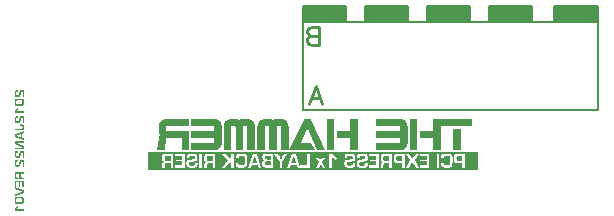
<source format=gbo>
%FSAX24Y24*%
%MOIN*%
G70*
G01*
G75*
G04 Layer_Color=32896*
%ADD10C,0.0060*%
%ADD11R,0.0276X0.1654*%
%ADD12C,0.0200*%
%ADD13C,0.0120*%
%ADD14C,0.0472*%
%ADD15R,0.0472X0.0472*%
G04:AMPARAMS|DCode=16|XSize=47.2mil|YSize=47.2mil|CornerRadius=11.8mil|HoleSize=0mil|Usage=FLASHONLY|Rotation=0.000|XOffset=0mil|YOffset=0mil|HoleType=Round|Shape=RoundedRectangle|*
%AMROUNDEDRECTD16*
21,1,0.0472,0.0236,0,0,0.0*
21,1,0.0236,0.0472,0,0,0.0*
1,1,0.0236,0.0118,-0.0118*
1,1,0.0236,-0.0118,-0.0118*
1,1,0.0236,-0.0118,0.0118*
1,1,0.0236,0.0118,0.0118*
%
%ADD16ROUNDEDRECTD16*%
%ADD17C,0.0350*%
%ADD18C,0.0300*%
%ADD19C,0.0150*%
%ADD20C,0.0080*%
%ADD21C,0.0080*%
%ADD22C,0.0100*%
%ADD23R,0.1457X0.0551*%
%ADD24R,0.1467X0.0551*%
G36*
X020071Y016850D02*
X020090Y016848D01*
X020109Y016842D01*
X020125Y016836D01*
X020139Y016828D01*
X020153Y016820D01*
X020163Y016810D01*
X020174Y016801D01*
X020183Y016792D01*
X020190Y016782D01*
X020202Y016766D01*
X020205Y016760D01*
X020207Y016754D01*
X020210Y016752D01*
Y016750D01*
X020650Y015800D01*
X020383D01*
X020059Y016492D01*
X020057Y016494D01*
X020054Y016497D01*
X020050D01*
X020046Y016496D01*
X020042Y016493D01*
X020041Y016490D01*
X020039Y016489D01*
X019826Y016048D01*
X020179D01*
X020290Y015800D01*
X019452D01*
X019890Y016750D01*
X019899Y016768D01*
X019910Y016784D01*
X019921Y016797D01*
X019934Y016809D01*
X019946Y016818D01*
X019959Y016826D01*
X019973Y016834D01*
X019986Y016840D01*
X020011Y016846D01*
X020022Y016849D01*
X020031Y016850D01*
X020039Y016852D01*
X020050D01*
X020071Y016850D01*
D02*
G37*
G36*
X020935Y015800D02*
X020686D01*
Y016834D01*
X020935D01*
Y015800D01*
D02*
G37*
G36*
X021722D02*
X021472D01*
Y016193D01*
X021023D01*
Y016441D01*
X021472D01*
Y016834D01*
X021722D01*
Y015800D01*
D02*
G37*
G36*
X016975Y016833D02*
X016992Y016832D01*
X017024Y016824D01*
X017052Y016813D01*
X017077Y016800D01*
X017097Y016786D01*
X017105Y016781D01*
X017112Y016776D01*
X017117Y016772D01*
X017121Y016768D01*
X017123Y016766D01*
X017124Y016765D01*
X017136Y016752D01*
X017147Y016738D01*
X017156Y016724D01*
X017163Y016710D01*
X017176Y016682D01*
X017184Y016656D01*
X017188Y016633D01*
X017189Y016624D01*
X017191Y016614D01*
X017192Y016608D01*
Y016602D01*
Y016600D01*
Y016598D01*
Y016036D01*
X017191Y016017D01*
X017189Y016000D01*
X017181Y015968D01*
X017171Y015940D01*
X017157Y015915D01*
X017145Y015895D01*
X017140Y015887D01*
X017135Y015880D01*
X017131Y015875D01*
X017127Y015871D01*
X017125Y015869D01*
X017124Y015868D01*
X017111Y015856D01*
X017097Y015845D01*
X017083Y015836D01*
X017068Y015829D01*
X017040Y015816D01*
X017013Y015808D01*
X016991Y015804D01*
X016981Y015803D01*
X016972Y015801D01*
X016965Y015800D01*
X016156D01*
Y016048D01*
X016933D01*
X016939Y016049D01*
X016940Y016051D01*
X016941Y016053D01*
X016943Y016056D01*
Y016059D01*
Y016060D01*
Y016195D01*
X016156D01*
Y016443D01*
X016943D01*
Y016576D01*
X016941Y016581D01*
X016940Y016582D01*
X016937Y016585D01*
X016936Y016586D01*
X016156D01*
Y016834D01*
X016956D01*
X016975Y016833D01*
D02*
G37*
G36*
X010482Y014245D02*
X010498Y014244D01*
X010511Y014243D01*
X010524Y014241D01*
X010534Y014240D01*
X010544Y014238D01*
X010552Y014236D01*
X010559Y014235D01*
X010564Y014233D01*
X010569Y014231D01*
X010572Y014230D01*
X010575Y014229D01*
X010576Y014228D01*
X010577Y014227D01*
X010578D01*
X010582Y014222D01*
X010586Y014216D01*
X010589Y014210D01*
X010592Y014202D01*
X010594Y014193D01*
X010596Y014185D01*
X010599Y014167D01*
X010600Y014158D01*
X010601Y014150D01*
X010601Y014142D01*
X010602Y014135D01*
X010602Y014130D01*
Y014126D01*
Y014123D01*
Y014122D01*
X010602Y014107D01*
X010601Y014093D01*
X010600Y014081D01*
X010599Y014070D01*
X010597Y014060D01*
X010595Y014052D01*
X010592Y014044D01*
X010590Y014038D01*
X010588Y014032D01*
X010585Y014028D01*
X010583Y014024D01*
X010581Y014022D01*
X010580Y014020D01*
X010579Y014018D01*
X010578Y014017D01*
X010578D01*
X010575Y014015D01*
X010572Y014014D01*
X010565Y014011D01*
X010556Y014008D01*
X010547Y014006D01*
X010536Y014004D01*
X010525Y014002D01*
X010502Y014000D01*
X010491Y013999D01*
X010481Y013998D01*
X010472Y013998D01*
X010463D01*
X010456Y013997D01*
X010427D01*
X010410Y013998D01*
X010394Y013999D01*
X010381Y014001D01*
X010369Y014002D01*
X010358Y014003D01*
X010349Y014005D01*
X010341Y014007D01*
X010334Y014009D01*
X010328Y014011D01*
X010324Y014012D01*
X010321Y014014D01*
X010318Y014015D01*
X010316Y014016D01*
X010315Y014017D01*
X010315Y014017D01*
X010311Y014022D01*
X010306Y014027D01*
X010303Y014034D01*
X010300Y014042D01*
X010298Y014051D01*
X010296Y014059D01*
X010293Y014077D01*
X010292Y014086D01*
X010291Y014094D01*
X010291Y014101D01*
X010290Y014108D01*
X010290Y014114D01*
Y014118D01*
Y014121D01*
Y014121D01*
Y014122D01*
X010290Y014137D01*
X010291Y014151D01*
X010292Y014163D01*
X010293Y014174D01*
X010295Y014184D01*
X010298Y014192D01*
X010300Y014200D01*
X010302Y014206D01*
X010304Y014211D01*
X010307Y014216D01*
X010309Y014220D01*
X010311Y014222D01*
X010312Y014224D01*
X010314Y014226D01*
X010314Y014226D01*
X010315Y014227D01*
X010317Y014229D01*
X010321Y014230D01*
X010328Y014233D01*
X010336Y014236D01*
X010346Y014238D01*
X010356Y014240D01*
X010367Y014241D01*
X010390Y014244D01*
X010401Y014245D01*
X010411Y014245D01*
X010421Y014246D01*
X010429D01*
X010436Y014246D01*
X010465D01*
X010482Y014245D01*
D02*
G37*
G36*
X010423Y013912D02*
X010343Y013831D01*
X010600D01*
Y013773D01*
X010292D01*
Y013847D01*
X010385Y013946D01*
X010423Y013912D01*
D02*
G37*
G36*
X016111Y016586D02*
X015358D01*
X015351Y016585D01*
X015347Y016581D01*
X015346Y016577D01*
Y016576D01*
Y016452D01*
Y016448D01*
X015347Y016446D01*
X015349Y016444D01*
X015350D01*
X015355Y016441D01*
X016111D01*
Y015800D01*
X015862D01*
Y016193D01*
X015358D01*
X015353Y016192D01*
X015349Y016188D01*
X015346Y016183D01*
Y016181D01*
X015289Y015800D01*
X015042D01*
X015098Y016211D01*
X015101Y016224D01*
X015103Y016236D01*
X015105Y016245D01*
X015107Y016252D01*
X015109Y016259D01*
X015110Y016263D01*
X015111Y016264D01*
Y016265D01*
X015115Y016280D01*
X015121Y016292D01*
X015126Y016300D01*
X015130Y016308D01*
X015134Y016312D01*
X015138Y016315D01*
X015139Y016317D01*
X015141D01*
X015134Y016321D01*
X015127Y016328D01*
X015118Y016343D01*
X015115Y016349D01*
X015113Y016355D01*
X015110Y016359D01*
Y016360D01*
X015103Y016387D01*
X015101Y016400D01*
X015099Y016412D01*
X015098Y016423D01*
X015097Y016431D01*
Y016436D01*
Y016437D01*
Y016598D01*
X015098Y016616D01*
X015099Y016633D01*
X015107Y016665D01*
X015119Y016694D01*
X015131Y016718D01*
X015145Y016738D01*
X015151Y016746D01*
X015157Y016753D01*
X015161Y016758D01*
X015165Y016762D01*
X015166Y016764D01*
X015167Y016765D01*
X015181Y016777D01*
X015195Y016788D01*
X015209Y016797D01*
X015223Y016805D01*
X015251Y016817D01*
X015277Y016826D01*
X015299Y016830D01*
X015310Y016832D01*
X015318Y016833D01*
X015325Y016834D01*
X016111D01*
Y016586D01*
D02*
G37*
G36*
X023171Y016833D02*
X023188Y016832D01*
X023220Y016824D01*
X023248Y016813D01*
X023273Y016800D01*
X023293Y016786D01*
X023301Y016781D01*
X023308Y016776D01*
X023313Y016772D01*
X023317Y016768D01*
X023319Y016766D01*
X023320Y016765D01*
X023332Y016752D01*
X023343Y016738D01*
X023352Y016724D01*
X023359Y016710D01*
X023372Y016682D01*
X023380Y016656D01*
X023384Y016633D01*
X023385Y016624D01*
X023387Y016614D01*
X023388Y016608D01*
Y016602D01*
Y016600D01*
Y016598D01*
Y016036D01*
X023387Y016017D01*
X023385Y016000D01*
X023377Y015968D01*
X023367Y015940D01*
X023353Y015915D01*
X023341Y015895D01*
X023336Y015887D01*
X023331Y015880D01*
X023327Y015875D01*
X023323Y015871D01*
X023321Y015869D01*
X023320Y015868D01*
X023307Y015856D01*
X023293Y015845D01*
X023279Y015836D01*
X023264Y015829D01*
X023236Y015816D01*
X023209Y015808D01*
X023187Y015804D01*
X023177Y015803D01*
X023168Y015801D01*
X023161Y015800D01*
X022352D01*
Y016048D01*
X023129D01*
X023135Y016049D01*
X023136Y016051D01*
X023137Y016053D01*
X023139Y016056D01*
Y016059D01*
Y016060D01*
Y016195D01*
X022352D01*
Y016443D01*
X023139D01*
Y016576D01*
X023137Y016581D01*
X023136Y016582D01*
X023133Y016585D01*
X023132Y016586D01*
X022352D01*
Y016834D01*
X023152D01*
X023171Y016833D01*
D02*
G37*
G36*
X019204D02*
X019221Y016832D01*
X019253Y016824D01*
X019281Y016813D01*
X019306Y016800D01*
X019326Y016786D01*
X019334Y016781D01*
X019341Y016776D01*
X019346Y016772D01*
X019350Y016768D01*
X019352Y016766D01*
X019353Y016765D01*
X019365Y016752D01*
X019376Y016738D01*
X019385Y016724D01*
X019392Y016710D01*
X019405Y016682D01*
X019413Y016656D01*
X019417Y016633D01*
X019418Y016624D01*
X019420Y016614D01*
X019421Y016608D01*
Y016602D01*
Y016600D01*
Y016598D01*
Y015800D01*
X019172D01*
Y016576D01*
X019170Y016581D01*
X019169Y016582D01*
X019166Y016585D01*
X019165Y016586D01*
X019036D01*
X019033Y016585D01*
X019032Y016584D01*
Y016582D01*
X019029Y016580D01*
X019028Y016578D01*
Y016577D01*
Y016576D01*
Y015800D01*
X018778D01*
Y016576D01*
X018777Y016582D01*
X018773Y016585D01*
X018770Y016586D01*
X018642D01*
X018640Y016585D01*
X018638Y016584D01*
Y016582D01*
X018636Y016580D01*
X018634Y016578D01*
Y016577D01*
Y016576D01*
Y015800D01*
X018385D01*
Y016598D01*
X018386Y016616D01*
X018388Y016633D01*
X018396Y016665D01*
X018406Y016694D01*
X018420Y016718D01*
X018433Y016738D01*
X018438Y016746D01*
X018444Y016753D01*
X018448Y016758D01*
X018452Y016762D01*
X018453Y016764D01*
X018454Y016765D01*
X018468Y016777D01*
X018481Y016788D01*
X018496Y016797D01*
X018510Y016805D01*
X018538Y016817D01*
X018564Y016826D01*
X018588Y016830D01*
X018597Y016832D01*
X018606Y016833D01*
X018613Y016834D01*
X018790D01*
X018817Y016832D01*
X018829Y016830D01*
X018840Y016828D01*
X018849Y016825D01*
X018856Y016824D01*
X018861Y016821D01*
X018862D01*
X018874Y016817D01*
X018884Y016812D01*
X018890Y016808D01*
X018896Y016804D01*
X018900Y016800D01*
X018902Y016797D01*
X018904Y016796D01*
Y016794D01*
X018908Y016801D01*
X018914Y016806D01*
X018929Y016814D01*
X018936Y016818D01*
X018941Y016821D01*
X018945Y016822D01*
X018946D01*
X018972Y016829D01*
X018984Y016832D01*
X018994Y016833D01*
X019004Y016834D01*
X019185D01*
X019204Y016833D01*
D02*
G37*
G36*
X018079D02*
X018096Y016832D01*
X018128Y016824D01*
X018156Y016813D01*
X018181Y016800D01*
X018201Y016786D01*
X018209Y016781D01*
X018216Y016776D01*
X018221Y016772D01*
X018225Y016768D01*
X018226Y016766D01*
X018228Y016765D01*
X018240Y016752D01*
X018250Y016738D01*
X018260Y016724D01*
X018266Y016710D01*
X018280Y016682D01*
X018288Y016656D01*
X018292Y016633D01*
X018293Y016624D01*
X018294Y016614D01*
X018296Y016608D01*
Y016602D01*
Y016600D01*
Y016598D01*
Y015800D01*
X018047D01*
Y016576D01*
X018045Y016581D01*
X018044Y016582D01*
X018041Y016585D01*
X018040Y016586D01*
X017911D01*
X017908Y016585D01*
X017907Y016584D01*
Y016582D01*
X017904Y016580D01*
X017903Y016578D01*
Y016577D01*
Y016576D01*
Y015800D01*
X017653D01*
Y016576D01*
X017652Y016582D01*
X017648Y016585D01*
X017645Y016586D01*
X017517D01*
X017515Y016585D01*
X017513Y016584D01*
Y016582D01*
X017511Y016580D01*
X017509Y016578D01*
Y016577D01*
Y016576D01*
Y015800D01*
X017260D01*
Y016598D01*
X017261Y016616D01*
X017263Y016633D01*
X017271Y016665D01*
X017281Y016694D01*
X017295Y016718D01*
X017308Y016738D01*
X017313Y016746D01*
X017319Y016753D01*
X017323Y016758D01*
X017327Y016762D01*
X017328Y016764D01*
X017329Y016765D01*
X017343Y016777D01*
X017356Y016788D01*
X017371Y016797D01*
X017385Y016805D01*
X017413Y016817D01*
X017439Y016826D01*
X017463Y016830D01*
X017472Y016832D01*
X017481Y016833D01*
X017488Y016834D01*
X017665D01*
X017692Y016832D01*
X017704Y016830D01*
X017715Y016828D01*
X017724Y016825D01*
X017731Y016824D01*
X017736Y016821D01*
X017737D01*
X017749Y016817D01*
X017759Y016812D01*
X017765Y016808D01*
X017771Y016804D01*
X017775Y016800D01*
X017777Y016797D01*
X017779Y016796D01*
Y016794D01*
X017783Y016801D01*
X017789Y016806D01*
X017804Y016814D01*
X017811Y016818D01*
X017816Y016821D01*
X017820Y016822D01*
X017821D01*
X017847Y016829D01*
X017859Y016832D01*
X017869Y016833D01*
X017879Y016834D01*
X018060D01*
X018079Y016833D01*
D02*
G37*
G36*
X025550Y016586D02*
X024513D01*
Y016834D01*
X025550D01*
Y016586D01*
D02*
G37*
G36*
X025750Y015150D02*
X014750D01*
Y015750D01*
X025750D01*
Y015150D01*
D02*
G37*
G36*
X023710Y015800D02*
X023461D01*
Y016834D01*
X023710D01*
Y015800D01*
D02*
G37*
G36*
X024497D02*
X024248D01*
Y016193D01*
X023798D01*
Y016441D01*
X024248D01*
Y016834D01*
X024497D01*
Y015800D01*
D02*
G37*
G36*
X025155D02*
X024906D01*
Y016497D01*
X025155D01*
Y015800D01*
D02*
G37*
G36*
X010600Y016048D02*
X010423D01*
X010383Y016049D01*
X010363Y016050D01*
X010343Y016051D01*
Y016048D01*
X010365Y016039D01*
X010387Y016029D01*
X010398Y016024D01*
X010407Y016020D01*
X010415Y016016D01*
X010421Y016013D01*
X010426Y016011D01*
X010429Y016009D01*
X010431Y016009D01*
X010431Y016008D01*
X010600Y015920D01*
Y015821D01*
X010292D01*
Y015879D01*
X010510D01*
X010529Y015878D01*
X010549Y015878D01*
Y015880D01*
X010524Y015892D01*
X010499Y015903D01*
X010488Y015908D01*
X010478Y015913D01*
X010470Y015917D01*
X010462Y015921D01*
X010457Y015924D01*
X010452Y015926D01*
X010450Y015927D01*
X010449Y015928D01*
X010292Y016008D01*
Y016107D01*
X010600D01*
Y016048D01*
D02*
G37*
G36*
Y015535D02*
X010554D01*
Y015709D01*
X010540D01*
X010535Y015709D01*
X010530Y015708D01*
X010526Y015708D01*
X010522Y015707D01*
X010519Y015707D01*
X010514Y015705D01*
X010511Y015704D01*
X010508Y015702D01*
X010507Y015701D01*
X010507Y015701D01*
X010505Y015698D01*
X010504Y015696D01*
X010502Y015692D01*
X010501Y015687D01*
X010500Y015682D01*
X010498Y015677D01*
X010495Y015666D01*
X010493Y015655D01*
X010492Y015650D01*
X010491Y015646D01*
X010491Y015643D01*
X010490Y015640D01*
X010490Y015638D01*
Y015638D01*
X010487Y015626D01*
X010485Y015615D01*
X010482Y015605D01*
X010480Y015597D01*
X010477Y015589D01*
X010474Y015582D01*
X010472Y015576D01*
X010470Y015570D01*
X010468Y015566D01*
X010465Y015562D01*
X010464Y015559D01*
X010462Y015557D01*
X010461Y015555D01*
X010460Y015554D01*
X010459Y015553D01*
X010455Y015550D01*
X010451Y015547D01*
X010446Y015545D01*
X010440Y015542D01*
X010428Y015539D01*
X010416Y015537D01*
X010405Y015536D01*
X010400Y015535D01*
X010396D01*
X010392Y015535D01*
X010387D01*
X010377Y015535D01*
X010368Y015536D01*
X010359Y015537D01*
X010351Y015539D01*
X010344Y015540D01*
X010338Y015542D01*
X010332Y015545D01*
X010327Y015547D01*
X010323Y015549D01*
X010320Y015551D01*
X010317Y015553D01*
X010314Y015555D01*
X010312Y015557D01*
X010311Y015558D01*
X010310Y015559D01*
Y015559D01*
X010306Y015564D01*
X010303Y015570D01*
X010301Y015577D01*
X010298Y015583D01*
X010294Y015598D01*
X010292Y015614D01*
X010292Y015621D01*
X010291Y015628D01*
X010290Y015634D01*
Y015639D01*
X010290Y015644D01*
Y015648D01*
Y015649D01*
Y015650D01*
Y015663D01*
X010291Y015674D01*
X010292Y015685D01*
X010293Y015694D01*
X010294Y015703D01*
X010296Y015710D01*
X010298Y015717D01*
X010300Y015723D01*
X010302Y015728D01*
X010303Y015732D01*
X010305Y015736D01*
X010307Y015739D01*
X010308Y015741D01*
X010309Y015742D01*
X010310Y015743D01*
X010310Y015744D01*
X010314Y015748D01*
X010319Y015751D01*
X010325Y015755D01*
X010331Y015757D01*
X010343Y015762D01*
X010356Y015765D01*
X010362Y015766D01*
X010368Y015766D01*
X010374Y015767D01*
X010378Y015767D01*
X010382Y015767D01*
X010401D01*
Y015710D01*
X010388Y015709D01*
X010382D01*
X010376Y015709D01*
X010372Y015708D01*
X010367Y015708D01*
X010363Y015707D01*
X010360Y015706D01*
X010354Y015704D01*
X010350Y015703D01*
X010348Y015701D01*
X010346Y015700D01*
X010346Y015699D01*
X010344Y015697D01*
X010343Y015695D01*
X010342Y015691D01*
X010341Y015688D01*
X010339Y015679D01*
X010338Y015671D01*
X010337Y015663D01*
Y015660D01*
X010337Y015657D01*
Y015654D01*
Y015652D01*
Y015651D01*
Y015650D01*
Y015644D01*
X010337Y015638D01*
X010338Y015632D01*
X010338Y015627D01*
X010339Y015623D01*
X010340Y015619D01*
X010340Y015615D01*
X010341Y015612D01*
X010342Y015608D01*
X010344Y015605D01*
X010345Y015603D01*
X010345Y015603D01*
X010347Y015601D01*
X010350Y015599D01*
X010355Y015597D01*
X010362Y015595D01*
X010369Y015594D01*
X010376Y015593D01*
X010381Y015592D01*
X010392D01*
X010398Y015593D01*
X010402Y015593D01*
X010407Y015594D01*
X010411Y015595D01*
X010414Y015596D01*
X010420Y015598D01*
X010423Y015599D01*
X010426Y015601D01*
X010427Y015602D01*
X010428Y015603D01*
X010429Y015605D01*
X010431Y015609D01*
X010432Y015612D01*
X010433Y015617D01*
X010437Y015628D01*
X010439Y015638D01*
X010441Y015649D01*
X010443Y015654D01*
X010443Y015658D01*
X010444Y015662D01*
X010445Y015665D01*
X010445Y015667D01*
Y015667D01*
X010448Y015679D01*
X010450Y015689D01*
X010452Y015699D01*
X010454Y015708D01*
X010457Y015716D01*
X010459Y015723D01*
X010461Y015728D01*
X010463Y015734D01*
X010465Y015738D01*
X010467Y015742D01*
X010469Y015745D01*
X010470Y015747D01*
X010471Y015749D01*
X010472Y015750D01*
X010473Y015751D01*
X010476Y015754D01*
X010481Y015757D01*
X010485Y015759D01*
X010490Y015761D01*
X010501Y015764D01*
X010511Y015766D01*
X010521Y015767D01*
X010526Y015767D01*
X010530D01*
X010533Y015768D01*
X010600D01*
Y015535D01*
D02*
G37*
G36*
Y015245D02*
X010554D01*
Y015420D01*
X010540D01*
X010535Y015419D01*
X010530Y015419D01*
X010526Y015418D01*
X010522Y015418D01*
X010519Y015417D01*
X010514Y015415D01*
X010511Y015414D01*
X010508Y015412D01*
X010507Y015411D01*
X010507Y015411D01*
X010505Y015409D01*
X010504Y015406D01*
X010502Y015402D01*
X010501Y015397D01*
X010500Y015392D01*
X010498Y015387D01*
X010495Y015376D01*
X010493Y015365D01*
X010492Y015360D01*
X010491Y015356D01*
X010491Y015353D01*
X010490Y015350D01*
X010490Y015348D01*
Y015348D01*
X010487Y015336D01*
X010485Y015325D01*
X010482Y015315D01*
X010480Y015307D01*
X010477Y015299D01*
X010474Y015292D01*
X010472Y015286D01*
X010470Y015281D01*
X010468Y015276D01*
X010465Y015272D01*
X010464Y015270D01*
X010462Y015267D01*
X010461Y015265D01*
X010460Y015264D01*
X010459Y015263D01*
X010455Y015260D01*
X010451Y015257D01*
X010446Y015255D01*
X010440Y015252D01*
X010428Y015249D01*
X010416Y015247D01*
X010405Y015246D01*
X010400Y015245D01*
X010396D01*
X010392Y015245D01*
X010387D01*
X010377Y015245D01*
X010368Y015246D01*
X010359Y015247D01*
X010351Y015249D01*
X010344Y015251D01*
X010338Y015252D01*
X010332Y015255D01*
X010327Y015257D01*
X010323Y015259D01*
X010320Y015261D01*
X010317Y015263D01*
X010314Y015265D01*
X010312Y015267D01*
X010311Y015268D01*
X010310Y015269D01*
Y015269D01*
X010306Y015274D01*
X010303Y015280D01*
X010301Y015287D01*
X010298Y015293D01*
X010294Y015309D01*
X010292Y015324D01*
X010292Y015331D01*
X010291Y015338D01*
X010290Y015344D01*
Y015350D01*
X010290Y015354D01*
Y015358D01*
Y015360D01*
Y015360D01*
Y015373D01*
X010291Y015384D01*
X010292Y015395D01*
X010293Y015404D01*
X010294Y015413D01*
X010296Y015420D01*
X010298Y015427D01*
X010300Y015433D01*
X010302Y015438D01*
X010303Y015442D01*
X010305Y015446D01*
X010307Y015449D01*
X010308Y015451D01*
X010309Y015452D01*
X010310Y015453D01*
X010310Y015454D01*
X010314Y015458D01*
X010319Y015461D01*
X010325Y015465D01*
X010331Y015468D01*
X010343Y015472D01*
X010356Y015475D01*
X010362Y015476D01*
X010368Y015476D01*
X010374Y015477D01*
X010378Y015477D01*
X010382Y015478D01*
X010401D01*
Y015420D01*
X010388Y015420D01*
X010382D01*
X010376Y015419D01*
X010372Y015419D01*
X010367Y015418D01*
X010363Y015417D01*
X010360Y015416D01*
X010354Y015414D01*
X010350Y015413D01*
X010348Y015411D01*
X010346Y015410D01*
X010346Y015410D01*
X010344Y015407D01*
X010343Y015405D01*
X010342Y015401D01*
X010341Y015398D01*
X010339Y015390D01*
X010338Y015381D01*
X010337Y015373D01*
Y015370D01*
X010337Y015367D01*
Y015364D01*
Y015362D01*
Y015361D01*
Y015360D01*
Y015354D01*
X010337Y015348D01*
X010338Y015342D01*
X010338Y015337D01*
X010339Y015333D01*
X010340Y015329D01*
X010340Y015325D01*
X010341Y015322D01*
X010342Y015318D01*
X010344Y015315D01*
X010345Y015313D01*
X010345Y015313D01*
X010347Y015311D01*
X010350Y015310D01*
X010355Y015307D01*
X010362Y015305D01*
X010369Y015304D01*
X010376Y015303D01*
X010381Y015302D01*
X010392D01*
X010398Y015303D01*
X010402Y015303D01*
X010407Y015304D01*
X010411Y015305D01*
X010414Y015306D01*
X010420Y015308D01*
X010423Y015310D01*
X010426Y015311D01*
X010427Y015312D01*
X010428Y015313D01*
X010429Y015315D01*
X010431Y015319D01*
X010432Y015322D01*
X010433Y015327D01*
X010437Y015338D01*
X010439Y015349D01*
X010441Y015360D01*
X010443Y015364D01*
X010443Y015369D01*
X010444Y015372D01*
X010445Y015375D01*
X010445Y015377D01*
Y015377D01*
X010448Y015389D01*
X010450Y015400D01*
X010452Y015410D01*
X010454Y015418D01*
X010457Y015426D01*
X010459Y015433D01*
X010461Y015439D01*
X010463Y015444D01*
X010465Y015448D01*
X010467Y015452D01*
X010469Y015455D01*
X010470Y015457D01*
X010471Y015459D01*
X010472Y015460D01*
X010473Y015461D01*
X010476Y015464D01*
X010481Y015467D01*
X010485Y015469D01*
X010490Y015471D01*
X010501Y015474D01*
X010511Y015476D01*
X010521Y015477D01*
X010526Y015478D01*
X010530D01*
X010533Y015478D01*
X010600D01*
Y015245D01*
D02*
G37*
G36*
Y016697D02*
X010554D01*
Y016871D01*
X010540D01*
X010535Y016871D01*
X010530Y016870D01*
X010526Y016870D01*
X010522Y016869D01*
X010519Y016868D01*
X010514Y016867D01*
X010511Y016866D01*
X010508Y016864D01*
X010507Y016863D01*
X010507Y016863D01*
X010505Y016860D01*
X010504Y016858D01*
X010502Y016854D01*
X010501Y016849D01*
X010500Y016844D01*
X010498Y016839D01*
X010495Y016828D01*
X010493Y016817D01*
X010492Y016812D01*
X010491Y016808D01*
X010491Y016805D01*
X010490Y016802D01*
X010490Y016800D01*
Y016799D01*
X010487Y016788D01*
X010485Y016777D01*
X010482Y016767D01*
X010480Y016759D01*
X010477Y016750D01*
X010474Y016744D01*
X010472Y016738D01*
X010470Y016732D01*
X010468Y016728D01*
X010465Y016724D01*
X010464Y016721D01*
X010462Y016719D01*
X010461Y016717D01*
X010460Y016716D01*
X010459Y016715D01*
X010455Y016712D01*
X010451Y016709D01*
X010446Y016707D01*
X010440Y016704D01*
X010428Y016701D01*
X010416Y016699D01*
X010405Y016698D01*
X010400Y016697D01*
X010396D01*
X010392Y016697D01*
X010387D01*
X010377Y016697D01*
X010368Y016698D01*
X010359Y016699D01*
X010351Y016700D01*
X010344Y016702D01*
X010338Y016704D01*
X010332Y016707D01*
X010327Y016709D01*
X010323Y016711D01*
X010320Y016713D01*
X010317Y016715D01*
X010314Y016717D01*
X010312Y016719D01*
X010311Y016720D01*
X010310Y016720D01*
Y016721D01*
X010306Y016726D01*
X010303Y016732D01*
X010301Y016739D01*
X010298Y016745D01*
X010294Y016760D01*
X010292Y016776D01*
X010292Y016783D01*
X010291Y016790D01*
X010290Y016796D01*
Y016801D01*
X010290Y016806D01*
Y016809D01*
Y016811D01*
Y016812D01*
Y016825D01*
X010291Y016836D01*
X010292Y016847D01*
X010293Y016856D01*
X010294Y016865D01*
X010296Y016872D01*
X010298Y016879D01*
X010300Y016885D01*
X010302Y016890D01*
X010303Y016894D01*
X010305Y016898D01*
X010307Y016901D01*
X010308Y016903D01*
X010309Y016904D01*
X010310Y016905D01*
X010310Y016906D01*
X010314Y016910D01*
X010319Y016913D01*
X010325Y016917D01*
X010331Y016919D01*
X010343Y016924D01*
X010356Y016927D01*
X010362Y016927D01*
X010368Y016928D01*
X010374Y016928D01*
X010378Y016929D01*
X010382Y016929D01*
X010401D01*
Y016872D01*
X010388Y016871D01*
X010382D01*
X010376Y016871D01*
X010372Y016870D01*
X010367Y016870D01*
X010363Y016869D01*
X010360Y016868D01*
X010354Y016866D01*
X010350Y016865D01*
X010348Y016863D01*
X010346Y016862D01*
X010346Y016861D01*
X010344Y016859D01*
X010343Y016857D01*
X010342Y016853D01*
X010341Y016849D01*
X010339Y016841D01*
X010338Y016833D01*
X010337Y016825D01*
Y016822D01*
X010337Y016818D01*
Y016816D01*
Y016814D01*
Y016813D01*
Y016812D01*
Y016806D01*
X010337Y016799D01*
X010338Y016794D01*
X010338Y016789D01*
X010339Y016785D01*
X010340Y016781D01*
X010340Y016777D01*
X010341Y016774D01*
X010342Y016770D01*
X010344Y016767D01*
X010345Y016765D01*
X010345Y016765D01*
X010347Y016763D01*
X010350Y016761D01*
X010355Y016759D01*
X010362Y016757D01*
X010369Y016756D01*
X010376Y016755D01*
X010381Y016754D01*
X010392D01*
X010398Y016755D01*
X010402Y016755D01*
X010407Y016756D01*
X010411Y016757D01*
X010414Y016758D01*
X010420Y016759D01*
X010423Y016761D01*
X010426Y016763D01*
X010427Y016764D01*
X010428Y016765D01*
X010429Y016767D01*
X010431Y016770D01*
X010432Y016774D01*
X010433Y016779D01*
X010437Y016789D01*
X010439Y016800D01*
X010441Y016811D01*
X010443Y016816D01*
X010443Y016820D01*
X010444Y016824D01*
X010445Y016827D01*
X010445Y016828D01*
Y016829D01*
X010448Y016841D01*
X010450Y016851D01*
X010452Y016861D01*
X010454Y016870D01*
X010457Y016878D01*
X010459Y016885D01*
X010461Y016890D01*
X010463Y016896D01*
X010465Y016900D01*
X010467Y016904D01*
X010469Y016907D01*
X010470Y016909D01*
X010471Y016911D01*
X010472Y016912D01*
X010473Y016913D01*
X010476Y016916D01*
X010481Y016918D01*
X010485Y016921D01*
X010490Y016923D01*
X010501Y016926D01*
X010511Y016927D01*
X010521Y016929D01*
X010526Y016929D01*
X010530D01*
X010533Y016930D01*
X010600D01*
Y016697D01*
D02*
G37*
G36*
X010524Y016655D02*
X010533Y016654D01*
X010542Y016653D01*
X010549Y016652D01*
X010556Y016650D01*
X010562Y016649D01*
X010567Y016647D01*
X010571Y016645D01*
X010575Y016643D01*
X010578Y016641D01*
X010580Y016640D01*
X010582Y016639D01*
X010583Y016638D01*
X010584Y016637D01*
X010584D01*
X010588Y016633D01*
X010590Y016628D01*
X010593Y016622D01*
X010595Y016616D01*
X010598Y016602D01*
X010600Y016589D01*
X010601Y016582D01*
X010602Y016575D01*
X010602Y016570D01*
Y016565D01*
X010603Y016560D01*
Y016557D01*
Y016555D01*
Y016554D01*
Y016543D01*
X010602Y016533D01*
X010601Y016524D01*
X010600Y016516D01*
X010599Y016509D01*
X010597Y016502D01*
X010595Y016497D01*
X010593Y016491D01*
X010591Y016487D01*
X010590Y016484D01*
X010588Y016481D01*
X010587Y016478D01*
X010586Y016477D01*
X010585Y016475D01*
X010584Y016474D01*
X010580Y016471D01*
X010575Y016468D01*
X010569Y016465D01*
X010563Y016463D01*
X010550Y016459D01*
X010537Y016457D01*
X010531Y016456D01*
X010525Y016455D01*
X010519Y016455D01*
X010514D01*
X010511Y016454D01*
X010292D01*
Y016513D01*
X010503D01*
X010510Y016513D01*
X010515D01*
X010520Y016514D01*
X010523Y016515D01*
X010527Y016515D01*
X010533Y016517D01*
X010538Y016518D01*
X010541Y016519D01*
X010542Y016520D01*
X010543Y016521D01*
X010546Y016524D01*
X010549Y016529D01*
X010551Y016534D01*
X010551Y016540D01*
X010552Y016545D01*
X010553Y016550D01*
Y016551D01*
Y016553D01*
Y016553D01*
Y016554D01*
X010552Y016561D01*
X010551Y016568D01*
X010551Y016574D01*
X010549Y016579D01*
X010546Y016583D01*
X010544Y016587D01*
X010541Y016590D01*
X010539Y016592D01*
X010536Y016594D01*
X010534Y016595D01*
X010529Y016597D01*
X010527Y016598D01*
X010526Y016598D01*
X010525D01*
X010517Y016599D01*
X010498D01*
X010489Y016599D01*
X010485Y016600D01*
X010482D01*
X010480Y016600D01*
X010479D01*
Y016656D01*
X010502Y016656D01*
X010513D01*
X010524Y016655D01*
D02*
G37*
G36*
X010600Y016366D02*
X010541Y016347D01*
Y016214D01*
X010600Y016194D01*
Y016134D01*
X010292Y016238D01*
Y016325D01*
X010600Y016427D01*
Y016366D01*
D02*
G37*
G36*
X010423Y017181D02*
X010343Y017101D01*
X010600D01*
Y017042D01*
X010292D01*
Y017116D01*
X010385Y017216D01*
X010423Y017181D01*
D02*
G37*
G36*
X010600Y014567D02*
X010551D01*
Y014721D01*
X010464D01*
Y014577D01*
X010421D01*
Y014721D01*
X010341D01*
Y014569D01*
X010292D01*
Y014780D01*
X010600D01*
Y014567D01*
D02*
G37*
G36*
Y014455D02*
Y014365D01*
X010292Y014265D01*
Y014327D01*
X010467Y014384D01*
X010476Y014387D01*
X010487Y014390D01*
X010497Y014393D01*
X010507Y014396D01*
X010516Y014399D01*
X010520Y014400D01*
X010523Y014401D01*
X010526Y014402D01*
X010528Y014402D01*
X010529Y014403D01*
X010530D01*
X010551Y014409D01*
Y014410D01*
X010540Y014413D01*
X010530Y014416D01*
X010521Y014418D01*
X010513Y014421D01*
X010505Y014423D01*
X010498Y014425D01*
X010492Y014427D01*
X010487Y014428D01*
X010482Y014429D01*
X010478Y014431D01*
X010474Y014432D01*
X010471Y014433D01*
X010470Y014433D01*
X010468Y014434D01*
X010467Y014434D01*
X010467D01*
X010292Y014492D01*
Y014552D01*
X010600Y014455D01*
D02*
G37*
G36*
Y017567D02*
X010554D01*
Y017741D01*
X010540D01*
X010535Y017741D01*
X010530Y017740D01*
X010526Y017740D01*
X010522Y017740D01*
X010519Y017739D01*
X010514Y017737D01*
X010511Y017736D01*
X010508Y017734D01*
X010507Y017733D01*
X010507Y017733D01*
X010505Y017730D01*
X010504Y017728D01*
X010502Y017724D01*
X010501Y017719D01*
X010500Y017714D01*
X010498Y017709D01*
X010495Y017698D01*
X010493Y017687D01*
X010492Y017682D01*
X010491Y017678D01*
X010491Y017675D01*
X010490Y017672D01*
X010490Y017670D01*
Y017670D01*
X010487Y017658D01*
X010485Y017647D01*
X010482Y017637D01*
X010480Y017629D01*
X010477Y017621D01*
X010474Y017614D01*
X010472Y017608D01*
X010470Y017602D01*
X010468Y017598D01*
X010465Y017594D01*
X010464Y017592D01*
X010462Y017589D01*
X010461Y017587D01*
X010460Y017586D01*
X010459Y017585D01*
X010455Y017582D01*
X010451Y017579D01*
X010446Y017577D01*
X010440Y017574D01*
X010428Y017571D01*
X010416Y017569D01*
X010405Y017568D01*
X010400Y017567D01*
X010396D01*
X010392Y017567D01*
X010387D01*
X010377Y017567D01*
X010368Y017568D01*
X010359Y017569D01*
X010351Y017571D01*
X010344Y017572D01*
X010338Y017574D01*
X010332Y017577D01*
X010327Y017579D01*
X010323Y017581D01*
X010320Y017583D01*
X010317Y017585D01*
X010314Y017587D01*
X010312Y017589D01*
X010311Y017590D01*
X010310Y017591D01*
Y017591D01*
X010306Y017596D01*
X010303Y017602D01*
X010301Y017609D01*
X010298Y017615D01*
X010294Y017631D01*
X010292Y017646D01*
X010292Y017653D01*
X010291Y017660D01*
X010290Y017666D01*
Y017671D01*
X010290Y017676D01*
Y017680D01*
Y017681D01*
Y017682D01*
Y017695D01*
X010291Y017706D01*
X010292Y017717D01*
X010293Y017726D01*
X010294Y017735D01*
X010296Y017742D01*
X010298Y017749D01*
X010300Y017755D01*
X010302Y017760D01*
X010303Y017764D01*
X010305Y017768D01*
X010307Y017771D01*
X010308Y017773D01*
X010309Y017774D01*
X010310Y017775D01*
X010310Y017776D01*
X010314Y017780D01*
X010319Y017783D01*
X010325Y017787D01*
X010331Y017790D01*
X010343Y017794D01*
X010356Y017797D01*
X010362Y017798D01*
X010368Y017798D01*
X010374Y017799D01*
X010378Y017799D01*
X010382Y017800D01*
X010401D01*
Y017742D01*
X010388Y017741D01*
X010382D01*
X010376Y017741D01*
X010372Y017740D01*
X010367Y017740D01*
X010363Y017739D01*
X010360Y017738D01*
X010354Y017736D01*
X010350Y017735D01*
X010348Y017733D01*
X010346Y017732D01*
X010346Y017731D01*
X010344Y017729D01*
X010343Y017727D01*
X010342Y017723D01*
X010341Y017720D01*
X010339Y017711D01*
X010338Y017703D01*
X010337Y017695D01*
Y017692D01*
X010337Y017689D01*
Y017686D01*
Y017684D01*
Y017683D01*
Y017682D01*
Y017676D01*
X010337Y017670D01*
X010338Y017664D01*
X010338Y017659D01*
X010339Y017655D01*
X010340Y017651D01*
X010340Y017647D01*
X010341Y017644D01*
X010342Y017640D01*
X010344Y017637D01*
X010345Y017635D01*
X010345Y017635D01*
X010347Y017633D01*
X010350Y017631D01*
X010355Y017629D01*
X010362Y017627D01*
X010369Y017626D01*
X010376Y017625D01*
X010381Y017624D01*
X010392D01*
X010398Y017625D01*
X010402Y017625D01*
X010407Y017626D01*
X010411Y017627D01*
X010414Y017628D01*
X010420Y017630D01*
X010423Y017631D01*
X010426Y017633D01*
X010427Y017634D01*
X010428Y017635D01*
X010429Y017637D01*
X010431Y017641D01*
X010432Y017644D01*
X010433Y017649D01*
X010437Y017660D01*
X010439Y017671D01*
X010441Y017681D01*
X010443Y017686D01*
X010443Y017691D01*
X010444Y017694D01*
X010445Y017697D01*
X010445Y017699D01*
Y017699D01*
X010448Y017711D01*
X010450Y017721D01*
X010452Y017731D01*
X010454Y017740D01*
X010457Y017748D01*
X010459Y017755D01*
X010461Y017760D01*
X010463Y017766D01*
X010465Y017770D01*
X010467Y017774D01*
X010469Y017777D01*
X010470Y017779D01*
X010471Y017781D01*
X010472Y017782D01*
X010473Y017783D01*
X010476Y017786D01*
X010481Y017789D01*
X010485Y017791D01*
X010490Y017793D01*
X010501Y017796D01*
X010511Y017798D01*
X010521Y017799D01*
X010526Y017800D01*
X010530D01*
X010533Y017800D01*
X010600D01*
Y017567D01*
D02*
G37*
G36*
X010482Y017515D02*
X010498Y017514D01*
X010511Y017513D01*
X010524Y017511D01*
X010534Y017510D01*
X010544Y017508D01*
X010552Y017506D01*
X010559Y017504D01*
X010564Y017502D01*
X010569Y017501D01*
X010572Y017499D01*
X010575Y017498D01*
X010576Y017497D01*
X010577Y017496D01*
X010578D01*
X010582Y017492D01*
X010586Y017486D01*
X010589Y017479D01*
X010592Y017472D01*
X010594Y017463D01*
X010596Y017454D01*
X010599Y017436D01*
X010600Y017428D01*
X010601Y017420D01*
X010601Y017412D01*
X010602Y017405D01*
X010602Y017400D01*
Y017395D01*
Y017393D01*
Y017392D01*
X010602Y017376D01*
X010601Y017363D01*
X010600Y017351D01*
X010599Y017339D01*
X010597Y017330D01*
X010595Y017321D01*
X010592Y017314D01*
X010590Y017307D01*
X010588Y017302D01*
X010585Y017298D01*
X010583Y017294D01*
X010581Y017291D01*
X010580Y017289D01*
X010579Y017288D01*
X010578Y017287D01*
X010578D01*
X010575Y017285D01*
X010572Y017284D01*
X010565Y017280D01*
X010556Y017277D01*
X010547Y017275D01*
X010536Y017274D01*
X010525Y017272D01*
X010502Y017269D01*
X010491Y017268D01*
X010481Y017268D01*
X010472Y017267D01*
X010463D01*
X010456Y017267D01*
X010427D01*
X010410Y017268D01*
X010394Y017269D01*
X010381Y017270D01*
X010369Y017272D01*
X010358Y017273D01*
X010349Y017275D01*
X010341Y017277D01*
X010334Y017279D01*
X010328Y017281D01*
X010324Y017282D01*
X010321Y017284D01*
X010318Y017285D01*
X010316Y017286D01*
X010315Y017286D01*
X010315Y017287D01*
X010311Y017291D01*
X010306Y017297D01*
X010303Y017304D01*
X010300Y017312D01*
X010298Y017320D01*
X010296Y017329D01*
X010293Y017347D01*
X010292Y017355D01*
X010291Y017364D01*
X010291Y017371D01*
X010290Y017378D01*
X010290Y017384D01*
Y017388D01*
Y017391D01*
Y017391D01*
Y017392D01*
X010290Y017407D01*
X010291Y017421D01*
X010292Y017433D01*
X010293Y017443D01*
X010295Y017453D01*
X010298Y017462D01*
X010300Y017469D01*
X010302Y017476D01*
X010304Y017481D01*
X010307Y017485D01*
X010309Y017489D01*
X010311Y017492D01*
X010312Y017494D01*
X010314Y017495D01*
X010314Y017496D01*
X010315Y017496D01*
X010317Y017498D01*
X010321Y017500D01*
X010328Y017503D01*
X010336Y017505D01*
X010346Y017508D01*
X010356Y017510D01*
X010367Y017511D01*
X010390Y017513D01*
X010401Y017514D01*
X010411Y017515D01*
X010421Y017515D01*
X010429D01*
X010436Y017516D01*
X010465D01*
X010482Y017515D01*
D02*
G37*
G36*
X010600Y015013D02*
X010496D01*
Y014929D01*
X010497Y014921D01*
X010498Y014914D01*
X010501Y014907D01*
X010504Y014902D01*
X010507Y014897D01*
X010511Y014894D01*
X010516Y014891D01*
X010520Y014888D01*
X010524Y014886D01*
X010529Y014885D01*
X010533Y014884D01*
X010536Y014883D01*
X010540Y014883D01*
X010542Y014882D01*
X010600D01*
Y014824D01*
X010532D01*
X010522Y014824D01*
X010513Y014826D01*
X010506Y014828D01*
X010499Y014832D01*
X010493Y014835D01*
X010489Y014840D01*
X010484Y014845D01*
X010481Y014849D01*
X010479Y014854D01*
X010476Y014859D01*
X010475Y014863D01*
X010474Y014867D01*
X010473Y014870D01*
Y014873D01*
X010472Y014875D01*
Y014875D01*
X010471D01*
X010469Y014869D01*
X010468Y014864D01*
X010466Y014859D01*
X010464Y014854D01*
X010460Y014847D01*
X010456Y014841D01*
X010452Y014836D01*
X010450Y014834D01*
X010448Y014832D01*
X010447Y014831D01*
X010443Y014829D01*
X010439Y014827D01*
X010430Y014825D01*
X010419Y014823D01*
X010408Y014822D01*
X010399Y014821D01*
X010394D01*
X010391Y014820D01*
X010373D01*
X010365Y014821D01*
X010357Y014822D01*
X010350Y014824D01*
X010344Y014825D01*
X010338Y014827D01*
X010333Y014829D01*
X010328Y014831D01*
X010324Y014833D01*
X010321Y014835D01*
X010318Y014837D01*
X010316Y014839D01*
X010314Y014840D01*
X010313Y014841D01*
X010312Y014842D01*
Y014842D01*
X010309Y014846D01*
X010305Y014852D01*
X010302Y014857D01*
X010301Y014864D01*
X010297Y014876D01*
X010294Y014889D01*
X010293Y014895D01*
X010293Y014901D01*
X010293Y014906D01*
Y014911D01*
X010292Y014915D01*
Y014918D01*
Y014920D01*
Y014920D01*
Y015072D01*
X010600D01*
Y015013D01*
D02*
G37*
%LPC*%
G36*
X018361Y015677D02*
X018230D01*
X018073Y015215D01*
X018165D01*
X018194Y015303D01*
X018393D01*
X018423Y015215D01*
X018514D01*
X018361Y015677D01*
D02*
G37*
G36*
X016985D02*
X016750D01*
X016744Y015676D01*
X016737D01*
X016729Y015675D01*
X016720Y015675D01*
X016711Y015673D01*
X016692Y015670D01*
X016673Y015664D01*
X016663Y015661D01*
X016655Y015657D01*
X016647Y015652D01*
X016640Y015647D01*
X016640D01*
X016639Y015645D01*
X016638Y015644D01*
X016635Y015641D01*
X016633Y015637D01*
X016630Y015633D01*
X016627Y015628D01*
X016624Y015622D01*
X016621Y015615D01*
X016618Y015608D01*
X016615Y015599D01*
X016613Y015590D01*
X016610Y015579D01*
X016609Y015567D01*
X016608Y015555D01*
Y015540D01*
Y015540D01*
Y015537D01*
Y015534D01*
Y015529D01*
X016608Y015523D01*
Y015517D01*
X016610Y015502D01*
X016612Y015486D01*
X016615Y015470D01*
X016618Y015456D01*
X016621Y015450D01*
X016624Y015445D01*
X016625Y015443D01*
X016628Y015440D01*
X016632Y015436D01*
X016638Y015430D01*
X016648Y015425D01*
X016658Y015419D01*
X016665Y015416D01*
X016673Y015413D01*
X016681Y015411D01*
X016690Y015409D01*
Y015406D01*
X016689D01*
X016686Y015405D01*
X016682D01*
X016678Y015404D01*
X016672Y015403D01*
X016665Y015400D01*
X016658Y015397D01*
X016651Y015393D01*
X016644Y015388D01*
X016637Y015382D01*
X016630Y015375D01*
X016625Y015366D01*
X016620Y015356D01*
X016616Y015345D01*
X016613Y015331D01*
X016613Y015316D01*
Y015215D01*
X016700D01*
Y015299D01*
Y015300D01*
Y015302D01*
X016701Y015305D01*
X016702Y015310D01*
X016702Y015315D01*
X016704Y015322D01*
X016706Y015328D01*
X016709Y015335D01*
X016713Y015341D01*
X016717Y015348D01*
X016723Y015354D01*
X016730Y015359D01*
X016738Y015364D01*
X016747Y015368D01*
X016759Y015370D01*
X016771Y015370D01*
X016897D01*
Y015215D01*
X016985D01*
Y015677D01*
D02*
G37*
G36*
X016538D02*
X016450D01*
Y015215D01*
X016538D01*
Y015677D01*
D02*
G37*
G36*
X020123D02*
X020035D01*
Y015293D01*
X019818D01*
Y015215D01*
X020123D01*
Y015677D01*
D02*
G37*
G36*
X019662D02*
X019531D01*
X019374Y015215D01*
X019466D01*
X019495Y015303D01*
X019694D01*
X019723Y015215D01*
X019815D01*
X019662Y015677D01*
D02*
G37*
G36*
X018913D02*
X018678D01*
X018673Y015676D01*
X018667D01*
X018659Y015675D01*
X018651Y015675D01*
X018642Y015674D01*
X018625Y015670D01*
X018607Y015666D01*
X018598Y015663D01*
X018590Y015660D01*
X018583Y015655D01*
X018577Y015651D01*
X018576Y015650D01*
X018575Y015648D01*
X018573Y015646D01*
X018570Y015643D01*
X018568Y015639D01*
X018565Y015635D01*
X018562Y015630D01*
X018560Y015623D01*
X018557Y015616D01*
X018555Y015608D01*
X018552Y015600D01*
X018551Y015590D01*
X018550Y015579D01*
X018548Y015567D01*
Y015555D01*
Y015554D01*
Y015551D01*
X018549Y015547D01*
Y015541D01*
X018550Y015535D01*
X018552Y015527D01*
X018554Y015518D01*
X018557Y015510D01*
X018560Y015501D01*
X018565Y015492D01*
X018570Y015484D01*
X018577Y015476D01*
X018585Y015469D01*
X018594Y015462D01*
X018604Y015458D01*
X018616Y015454D01*
Y015453D01*
X018615D01*
X018612Y015452D01*
X018609Y015451D01*
X018604Y015449D01*
X018597Y015447D01*
X018591Y015443D01*
X018584Y015440D01*
X018576Y015434D01*
X018569Y015428D01*
X018562Y015420D01*
X018555Y015411D01*
X018549Y015400D01*
X018544Y015389D01*
X018540Y015375D01*
X018537Y015360D01*
X018537Y015342D01*
Y015341D01*
Y015339D01*
Y015335D01*
X018537Y015330D01*
Y015325D01*
X018538Y015318D01*
X018540Y015303D01*
X018544Y015287D01*
X018550Y015270D01*
X018557Y015255D01*
X018562Y015248D01*
X018567Y015243D01*
X018569Y015241D01*
X018571Y015240D01*
X018573Y015238D01*
X018577Y015236D01*
X018581Y015234D01*
X018586Y015231D01*
X018592Y015229D01*
X018599Y015226D01*
X018607Y015223D01*
X018615Y015221D01*
X018625Y015219D01*
X018636Y015218D01*
X018647Y015216D01*
X018660Y015215D01*
X018913D01*
Y015677D01*
D02*
G37*
G36*
X015579D02*
X015344D01*
X015339Y015676D01*
X015332D01*
X015324Y015675D01*
X015315Y015675D01*
X015306Y015673D01*
X015287Y015670D01*
X015267Y015664D01*
X015258Y015661D01*
X015250Y015657D01*
X015242Y015652D01*
X015235Y015647D01*
X015235D01*
X015234Y015645D01*
X015232Y015644D01*
X015230Y015641D01*
X015227Y015637D01*
X015225Y015633D01*
X015222Y015628D01*
X015219Y015622D01*
X015216Y015615D01*
X015213Y015608D01*
X015210Y015599D01*
X015207Y015590D01*
X015205Y015579D01*
X015204Y015567D01*
X015202Y015555D01*
Y015540D01*
Y015540D01*
Y015537D01*
Y015534D01*
Y015529D01*
X015203Y015523D01*
Y015517D01*
X015205Y015502D01*
X015207Y015486D01*
X015210Y015470D01*
X015213Y015456D01*
X015216Y015450D01*
X015219Y015445D01*
X015220Y015443D01*
X015222Y015440D01*
X015227Y015436D01*
X015233Y015430D01*
X015242Y015425D01*
X015253Y015419D01*
X015260Y015416D01*
X015267Y015413D01*
X015276Y015411D01*
X015284Y015409D01*
Y015406D01*
X015284D01*
X015281Y015405D01*
X015277D01*
X015272Y015404D01*
X015267Y015403D01*
X015260Y015400D01*
X015253Y015397D01*
X015246Y015393D01*
X015239Y015388D01*
X015232Y015382D01*
X015225Y015375D01*
X015220Y015366D01*
X015215Y015356D01*
X015211Y015345D01*
X015208Y015331D01*
X015207Y015316D01*
Y015215D01*
X015295D01*
Y015299D01*
Y015300D01*
Y015302D01*
X015296Y015305D01*
X015297Y015310D01*
X015297Y015315D01*
X015299Y015322D01*
X015301Y015328D01*
X015304Y015335D01*
X015308Y015341D01*
X015312Y015348D01*
X015318Y015354D01*
X015325Y015359D01*
X015333Y015364D01*
X015342Y015368D01*
X015354Y015370D01*
X015366Y015370D01*
X015492D01*
Y015215D01*
X015579D01*
Y015677D01*
D02*
G37*
G36*
X021900Y015681D02*
X021870D01*
X021863Y015680D01*
X021855D01*
X021845Y015680D01*
X021835Y015679D01*
X021824Y015678D01*
X021800Y015675D01*
X021777Y015670D01*
X021766Y015667D01*
X021756Y015665D01*
X021748Y015660D01*
X021740Y015656D01*
X021739D01*
X021738Y015655D01*
X021736Y015653D01*
X021734Y015651D01*
X021731Y015648D01*
X021728Y015645D01*
X021725Y015640D01*
X021721Y015635D01*
X021718Y015628D01*
X021715Y015621D01*
X021712Y015613D01*
X021709Y015605D01*
X021707Y015595D01*
X021705Y015584D01*
X021704Y015572D01*
X021703Y015559D01*
Y015542D01*
X021789D01*
Y015543D01*
Y015545D01*
X021790Y015548D01*
Y015551D01*
Y015552D01*
Y015552D01*
X021790Y015557D01*
X021791Y015564D01*
X021793Y015572D01*
X021795Y015580D01*
X021798Y015588D01*
X021802Y015595D01*
X021807Y015600D01*
X021808Y015600D01*
X021810Y015601D01*
X021814Y015603D01*
X021820Y015605D01*
X021830Y015607D01*
X021835Y015608D01*
X021841Y015609D01*
X021848Y015610D01*
X021856D01*
X021865Y015610D01*
X021889D01*
X021895Y015610D01*
X021908Y015609D01*
X021921Y015607D01*
X021935Y015605D01*
X021946Y015602D01*
X021951Y015600D01*
X021955Y015598D01*
X021956Y015597D01*
X021958Y015596D01*
X021961Y015592D01*
X021965Y015588D01*
X021968Y015582D01*
X021971Y015573D01*
X021973Y015563D01*
X021974Y015550D01*
Y015550D01*
Y015548D01*
Y015546D01*
Y015543D01*
X021973Y015536D01*
X021972Y015527D01*
X021970Y015518D01*
X021968Y015510D01*
X021964Y015502D01*
X021962Y015500D01*
X021959Y015497D01*
X021958D01*
X021955Y015496D01*
X021953Y015495D01*
X021950Y015495D01*
X021945Y015494D01*
X021940Y015492D01*
X021934Y015492D01*
X021927Y015490D01*
X021918Y015490D01*
X021909Y015488D01*
X021898Y015487D01*
X021885Y015486D01*
X021872Y015485D01*
X021856Y015484D01*
X021852D01*
X021846Y015483D01*
X021840Y015482D01*
X021831Y015482D01*
X021822Y015481D01*
X021811Y015480D01*
X021800Y015478D01*
X021778Y015475D01*
X021756Y015469D01*
X021746Y015466D01*
X021737Y015462D01*
X021729Y015459D01*
X021723Y015455D01*
X021722D01*
X021721Y015453D01*
X021720Y015452D01*
X021718Y015450D01*
X021715Y015447D01*
X021713Y015443D01*
X021710Y015439D01*
X021707Y015433D01*
X021704Y015428D01*
X021702Y015420D01*
X021699Y015413D01*
X021697Y015403D01*
X021695Y015393D01*
X021693Y015382D01*
X021692Y015370D01*
Y015356D01*
Y015355D01*
Y015352D01*
Y015348D01*
X021693Y015341D01*
Y015334D01*
X021694Y015325D01*
X021695Y015316D01*
X021696Y015307D01*
X021700Y015287D01*
X021707Y015267D01*
X021711Y015258D01*
X021715Y015250D01*
X021721Y015243D01*
X021728Y015237D01*
X021728D01*
X021729Y015235D01*
X021732Y015235D01*
X021735Y015233D01*
X021740Y015230D01*
X021745Y015228D01*
X021753Y015226D01*
X021760Y015224D01*
X021770Y015221D01*
X021782Y015219D01*
X021795Y015217D01*
X021809Y015215D01*
X021825Y015213D01*
X021843Y015212D01*
X021863Y015210D01*
X021895D01*
X021903Y015211D01*
X021911D01*
X021921Y015212D01*
X021932Y015213D01*
X021944Y015214D01*
X021968Y015217D01*
X021992Y015222D01*
X022003Y015225D01*
X022013Y015228D01*
X022022Y015233D01*
X022030Y015237D01*
X022030D01*
X022031Y015238D01*
X022033Y015240D01*
X022035Y015243D01*
X022038Y015245D01*
X022041Y015250D01*
X022044Y015255D01*
X022047Y015260D01*
X022051Y015267D01*
X022054Y015275D01*
X022057Y015283D01*
X022060Y015293D01*
X022062Y015304D01*
X022064Y015316D01*
X022065Y015330D01*
X022065Y015344D01*
Y015361D01*
X021980D01*
X021980Y015351D01*
Y015350D01*
Y015349D01*
Y015347D01*
Y015343D01*
X021979Y015335D01*
X021978Y015325D01*
X021975Y015315D01*
X021973Y015305D01*
X021969Y015298D01*
X021966Y015294D01*
X021963Y015292D01*
X021963Y015291D01*
X021960Y015290D01*
X021957Y015290D01*
X021954Y015288D01*
X021950Y015288D01*
X021945Y015287D01*
X021940Y015285D01*
X021933Y015285D01*
X021925Y015284D01*
X021917Y015283D01*
X021907Y015282D01*
X021896D01*
X021884Y015281D01*
X021861D01*
X021856Y015282D01*
X021850D01*
X021839Y015283D01*
X021826Y015284D01*
X021813Y015286D01*
X021803Y015289D01*
X021798Y015291D01*
X021795Y015293D01*
X021794Y015294D01*
X021792Y015296D01*
X021790Y015300D01*
X021786Y015305D01*
X021783Y015313D01*
X021781Y015323D01*
X021779Y015335D01*
X021778Y015343D01*
Y015351D01*
Y015352D01*
Y015353D01*
Y015357D01*
X021779Y015363D01*
X021780Y015369D01*
X021781Y015377D01*
X021784Y015384D01*
X021787Y015390D01*
X021791Y015395D01*
X021792Y015396D01*
X021794Y015398D01*
X021797Y015399D01*
X021803Y015401D01*
X021810Y015404D01*
X021819Y015406D01*
X021830Y015408D01*
X021845Y015409D01*
X021893Y015412D01*
X021898D01*
X021903Y015413D01*
X021910Y015413D01*
X021919Y015414D01*
X021929Y015415D01*
X021940Y015417D01*
X021951Y015418D01*
X021975Y015422D01*
X021987Y015425D01*
X021998Y015428D01*
X022009Y015430D01*
X022018Y015434D01*
X022027Y015438D01*
X022033Y015443D01*
X022035Y015444D01*
X022036Y015445D01*
X022038Y015447D01*
X022040Y015450D01*
X022043Y015455D01*
X022045Y015459D01*
X022048Y015465D01*
X022051Y015471D01*
X022054Y015478D01*
X022056Y015487D01*
X022058Y015497D01*
X022060Y015507D01*
X022062Y015519D01*
X022062Y015532D01*
X022063Y015546D01*
Y015547D01*
Y015550D01*
Y015554D01*
X022062Y015559D01*
X022062Y015565D01*
X022061Y015573D01*
X022059Y015590D01*
X022055Y015608D01*
X022047Y015625D01*
X022044Y015634D01*
X022039Y015642D01*
X022033Y015648D01*
X022027Y015654D01*
X022026D01*
X022025Y015655D01*
X022023Y015657D01*
X022020Y015658D01*
X022015Y015660D01*
X022010Y015662D01*
X022003Y015665D01*
X021995Y015667D01*
X021985Y015670D01*
X021975Y015672D01*
X021963Y015675D01*
X021950Y015677D01*
X021935Y015679D01*
X021918Y015680D01*
X021900Y015681D01*
D02*
G37*
G36*
X010446Y017458D02*
X010398D01*
X010391Y017458D01*
X010385Y017457D01*
X010379Y017456D01*
X010374Y017456D01*
X010370Y017455D01*
X010366Y017454D01*
X010362Y017453D01*
X010360Y017452D01*
X010357Y017451D01*
X010354Y017449D01*
X010352Y017448D01*
X010352Y017447D01*
X010350Y017445D01*
X010348Y017442D01*
X010346Y017438D01*
X010345Y017434D01*
X010342Y017426D01*
X010341Y017417D01*
X010340Y017409D01*
Y017405D01*
X010340Y017403D01*
Y017400D01*
Y017398D01*
Y017396D01*
Y017396D01*
Y017386D01*
X010340Y017378D01*
X010341Y017370D01*
X010342Y017364D01*
X010342Y017358D01*
X010344Y017353D01*
X010345Y017348D01*
X010346Y017344D01*
X010348Y017342D01*
X010349Y017339D01*
X010350Y017337D01*
X010351Y017336D01*
X010352Y017334D01*
X010353Y017334D01*
X010356Y017332D01*
X010361Y017331D01*
X010366Y017329D01*
X010373Y017328D01*
X010380Y017327D01*
X010388Y017327D01*
X010403Y017325D01*
X010411D01*
X010419Y017325D01*
X010426D01*
X010432Y017324D01*
X010458D01*
X010471Y017325D01*
X010481Y017325D01*
X010491Y017326D01*
X010500Y017327D01*
X010508Y017327D01*
X010514Y017328D01*
X010520Y017329D01*
X010524Y017330D01*
X010528Y017331D01*
X010531Y017332D01*
X010533Y017333D01*
X010535Y017333D01*
X010536Y017334D01*
X010537Y017334D01*
X010540Y017336D01*
X010542Y017339D01*
X010544Y017343D01*
X010546Y017347D01*
X010549Y017356D01*
X010551Y017366D01*
X010551Y017375D01*
X010552Y017380D01*
Y017384D01*
X010552Y017387D01*
Y017389D01*
Y017391D01*
Y017391D01*
Y017399D01*
X010552Y017406D01*
X010551Y017413D01*
X010551Y017419D01*
X010550Y017424D01*
X010549Y017429D01*
X010548Y017433D01*
X010547Y017436D01*
X010546Y017439D01*
X010545Y017442D01*
X010543Y017445D01*
X010542Y017447D01*
X010541Y017447D01*
X010539Y017449D01*
X010536Y017451D01*
X010532Y017452D01*
X010528Y017453D01*
X010519Y017455D01*
X010509Y017456D01*
X010499Y017457D01*
X010495D01*
X010491Y017458D01*
X010484D01*
X010446Y017458D01*
D02*
G37*
G36*
X015963Y015677D02*
X015646D01*
Y015603D01*
X015875D01*
Y015484D01*
X015659D01*
Y015419D01*
X015875D01*
Y015288D01*
X015644D01*
Y015215D01*
X015963D01*
Y015677D01*
D02*
G37*
G36*
X016223Y015681D02*
X016193D01*
X016186Y015680D01*
X016178D01*
X016168Y015680D01*
X016157Y015679D01*
X016146Y015678D01*
X016123Y015675D01*
X016099Y015670D01*
X016088Y015667D01*
X016078Y015665D01*
X016070Y015660D01*
X016062Y015656D01*
X016061D01*
X016061Y015655D01*
X016058Y015653D01*
X016056Y015651D01*
X016053Y015648D01*
X016051Y015645D01*
X016047Y015640D01*
X016043Y015635D01*
X016041Y015628D01*
X016037Y015621D01*
X016034Y015613D01*
X016031Y015605D01*
X016029Y015595D01*
X016027Y015584D01*
X016026Y015572D01*
X016026Y015559D01*
Y015542D01*
X016111D01*
Y015543D01*
Y015545D01*
X016112Y015548D01*
Y015551D01*
Y015552D01*
Y015552D01*
X016113Y015557D01*
X016113Y015564D01*
X016115Y015572D01*
X016118Y015580D01*
X016121Y015588D01*
X016124Y015595D01*
X016129Y015600D01*
X016130Y015600D01*
X016132Y015601D01*
X016136Y015603D01*
X016143Y015605D01*
X016152Y015607D01*
X016157Y015608D01*
X016163Y015609D01*
X016171Y015610D01*
X016178D01*
X016187Y015610D01*
X016211D01*
X016217Y015610D01*
X016230Y015609D01*
X016243Y015607D01*
X016257Y015605D01*
X016268Y015602D01*
X016273Y015600D01*
X016278Y015598D01*
X016278Y015597D01*
X016281Y015596D01*
X016283Y015592D01*
X016287Y015588D01*
X016291Y015582D01*
X016293Y015573D01*
X016296Y015563D01*
X016296Y015550D01*
Y015550D01*
Y015548D01*
Y015546D01*
Y015543D01*
X016296Y015536D01*
X016294Y015527D01*
X016293Y015518D01*
X016290Y015510D01*
X016286Y015502D01*
X016284Y015500D01*
X016281Y015497D01*
X016281D01*
X016278Y015496D01*
X016275Y015495D01*
X016272Y015495D01*
X016268Y015494D01*
X016263Y015492D01*
X016256Y015492D01*
X016249Y015490D01*
X016241Y015490D01*
X016231Y015488D01*
X016221Y015487D01*
X016208Y015486D01*
X016194Y015485D01*
X016178Y015484D01*
X016174D01*
X016168Y015483D01*
X016162Y015482D01*
X016153Y015482D01*
X016144Y015481D01*
X016133Y015480D01*
X016123Y015478D01*
X016101Y015475D01*
X016078Y015469D01*
X016068Y015466D01*
X016059Y015462D01*
X016051Y015459D01*
X016045Y015455D01*
X016044D01*
X016043Y015453D01*
X016042Y015452D01*
X016040Y015450D01*
X016038Y015447D01*
X016035Y015443D01*
X016032Y015439D01*
X016029Y015433D01*
X016026Y015428D01*
X016024Y015420D01*
X016021Y015413D01*
X016019Y015403D01*
X016017Y015393D01*
X016016Y015382D01*
X016014Y015370D01*
Y015356D01*
Y015355D01*
Y015352D01*
Y015348D01*
X016015Y015341D01*
Y015334D01*
X016016Y015325D01*
X016017Y015316D01*
X016018Y015307D01*
X016023Y015287D01*
X016029Y015267D01*
X016033Y015258D01*
X016038Y015250D01*
X016043Y015243D01*
X016050Y015237D01*
X016051D01*
X016051Y015235D01*
X016054Y015235D01*
X016057Y015233D01*
X016062Y015230D01*
X016068Y015228D01*
X016075Y015226D01*
X016083Y015224D01*
X016093Y015221D01*
X016104Y015219D01*
X016117Y015217D01*
X016131Y015215D01*
X016148Y015213D01*
X016166Y015212D01*
X016185Y015210D01*
X016217D01*
X016225Y015211D01*
X016233D01*
X016243Y015212D01*
X016254Y015213D01*
X016266Y015214D01*
X016291Y015217D01*
X016314Y015222D01*
X016326Y015225D01*
X016336Y015228D01*
X016344Y015233D01*
X016352Y015237D01*
X016353D01*
X016353Y015238D01*
X016355Y015240D01*
X016358Y015243D01*
X016360Y015245D01*
X016363Y015250D01*
X016366Y015255D01*
X016370Y015260D01*
X016373Y015267D01*
X016376Y015275D01*
X016379Y015283D01*
X016382Y015293D01*
X016384Y015304D01*
X016386Y015316D01*
X016387Y015330D01*
X016388Y015344D01*
Y015361D01*
X016303D01*
X016302Y015351D01*
Y015350D01*
Y015349D01*
Y015347D01*
Y015343D01*
X016301Y015335D01*
X016300Y015325D01*
X016298Y015315D01*
X016295Y015305D01*
X016291Y015298D01*
X016288Y015294D01*
X016286Y015292D01*
X016285Y015291D01*
X016282Y015290D01*
X016279Y015290D01*
X016276Y015288D01*
X016272Y015288D01*
X016268Y015287D01*
X016262Y015285D01*
X016256Y015285D01*
X016248Y015284D01*
X016239Y015283D01*
X016229Y015282D01*
X016218D01*
X016206Y015281D01*
X016183D01*
X016178Y015282D01*
X016173D01*
X016161Y015283D01*
X016148Y015284D01*
X016136Y015286D01*
X016125Y015289D01*
X016121Y015291D01*
X016117Y015293D01*
X016116Y015294D01*
X016114Y015296D01*
X016112Y015300D01*
X016108Y015305D01*
X016106Y015313D01*
X016103Y015323D01*
X016101Y015335D01*
X016101Y015343D01*
Y015351D01*
Y015352D01*
Y015353D01*
Y015357D01*
X016101Y015363D01*
X016102Y015369D01*
X016103Y015377D01*
X016106Y015384D01*
X016109Y015390D01*
X016113Y015395D01*
X016114Y015396D01*
X016116Y015398D01*
X016119Y015399D01*
X016125Y015401D01*
X016132Y015404D01*
X016141Y015406D01*
X016153Y015408D01*
X016167Y015409D01*
X016215Y015412D01*
X016220D01*
X016225Y015413D01*
X016233Y015413D01*
X016241Y015414D01*
X016251Y015415D01*
X016262Y015417D01*
X016273Y015418D01*
X016298Y015422D01*
X016309Y015425D01*
X016321Y015428D01*
X016331Y015430D01*
X016340Y015434D01*
X016349Y015438D01*
X016355Y015443D01*
X016357Y015444D01*
X016358Y015445D01*
X016360Y015447D01*
X016363Y015450D01*
X016365Y015455D01*
X016368Y015459D01*
X016370Y015465D01*
X016373Y015471D01*
X016376Y015478D01*
X016378Y015487D01*
X016380Y015497D01*
X016383Y015507D01*
X016384Y015519D01*
X016385Y015532D01*
X016385Y015546D01*
Y015547D01*
Y015550D01*
Y015554D01*
X016385Y015559D01*
X016384Y015565D01*
X016383Y015573D01*
X016381Y015590D01*
X016377Y015608D01*
X016370Y015625D01*
X016366Y015634D01*
X016361Y015642D01*
X016355Y015648D01*
X016349Y015654D01*
X016348D01*
X016347Y015655D01*
X016345Y015657D01*
X016342Y015658D01*
X016337Y015660D01*
X016332Y015662D01*
X016325Y015665D01*
X016317Y015667D01*
X016308Y015670D01*
X016298Y015672D01*
X016286Y015675D01*
X016272Y015677D01*
X016257Y015679D01*
X016241Y015680D01*
X016223Y015681D01*
D02*
G37*
G36*
X021486D02*
X021456D01*
X021448Y015680D01*
X021441D01*
X021431Y015680D01*
X021420Y015679D01*
X021409Y015678D01*
X021386Y015675D01*
X021362Y015670D01*
X021351Y015667D01*
X021341Y015665D01*
X021333Y015660D01*
X021325Y015656D01*
X021324D01*
X021323Y015655D01*
X021321Y015653D01*
X021319Y015651D01*
X021316Y015648D01*
X021314Y015645D01*
X021310Y015640D01*
X021306Y015635D01*
X021304Y015628D01*
X021300Y015621D01*
X021297Y015613D01*
X021294Y015605D01*
X021292Y015595D01*
X021290Y015584D01*
X021289Y015572D01*
X021289Y015559D01*
Y015542D01*
X021374D01*
Y015543D01*
Y015545D01*
X021375Y015548D01*
Y015551D01*
Y015552D01*
Y015552D01*
X021376Y015557D01*
X021376Y015564D01*
X021378Y015572D01*
X021381Y015580D01*
X021383Y015588D01*
X021387Y015595D01*
X021392Y015600D01*
X021393Y015600D01*
X021395Y015601D01*
X021399Y015603D01*
X021406Y015605D01*
X021415Y015607D01*
X021420Y015608D01*
X021426Y015609D01*
X021433Y015610D01*
X021441D01*
X021450Y015610D01*
X021474D01*
X021480Y015610D01*
X021493Y015609D01*
X021506Y015607D01*
X021520Y015605D01*
X021531Y015602D01*
X021536Y015600D01*
X021541Y015598D01*
X021541Y015597D01*
X021543Y015596D01*
X021546Y015592D01*
X021550Y015588D01*
X021553Y015582D01*
X021556Y015573D01*
X021558Y015563D01*
X021559Y015550D01*
Y015550D01*
Y015548D01*
Y015546D01*
Y015543D01*
X021558Y015536D01*
X021557Y015527D01*
X021556Y015518D01*
X021553Y015510D01*
X021549Y015502D01*
X021547Y015500D01*
X021544Y015497D01*
X021543D01*
X021541Y015496D01*
X021538Y015495D01*
X021535Y015495D01*
X021531Y015494D01*
X021526Y015492D01*
X021519Y015492D01*
X021512Y015490D01*
X021503Y015490D01*
X021494Y015488D01*
X021483Y015487D01*
X021471Y015486D01*
X021457Y015485D01*
X021441Y015484D01*
X021437D01*
X021431Y015483D01*
X021425Y015482D01*
X021416Y015482D01*
X021407Y015481D01*
X021396Y015480D01*
X021386Y015478D01*
X021363Y015475D01*
X021341Y015469D01*
X021331Y015466D01*
X021322Y015462D01*
X021314Y015459D01*
X021308Y015455D01*
X021307D01*
X021306Y015453D01*
X021305Y015452D01*
X021303Y015450D01*
X021301Y015447D01*
X021298Y015443D01*
X021295Y015439D01*
X021292Y015433D01*
X021289Y015428D01*
X021287Y015420D01*
X021284Y015413D01*
X021282Y015403D01*
X021280Y015393D01*
X021279Y015382D01*
X021277Y015370D01*
Y015356D01*
Y015355D01*
Y015352D01*
Y015348D01*
X021278Y015341D01*
Y015334D01*
X021279Y015325D01*
X021280Y015316D01*
X021281Y015307D01*
X021286Y015287D01*
X021292Y015267D01*
X021296Y015258D01*
X021301Y015250D01*
X021306Y015243D01*
X021313Y015237D01*
X021314D01*
X021314Y015235D01*
X021317Y015235D01*
X021320Y015233D01*
X021325Y015230D01*
X021331Y015228D01*
X021338Y015226D01*
X021346Y015224D01*
X021356Y015221D01*
X021367Y015219D01*
X021380Y015217D01*
X021394Y015215D01*
X021411Y015213D01*
X021428Y015212D01*
X021448Y015210D01*
X021480D01*
X021488Y015211D01*
X021496D01*
X021506Y015212D01*
X021517Y015213D01*
X021529Y015214D01*
X021553Y015217D01*
X021577Y015222D01*
X021588Y015225D01*
X021598Y015228D01*
X021607Y015233D01*
X021615Y015237D01*
X021616D01*
X021616Y015238D01*
X021618Y015240D01*
X021621Y015243D01*
X021623Y015245D01*
X021626Y015250D01*
X021629Y015255D01*
X021633Y015260D01*
X021636Y015267D01*
X021639Y015275D01*
X021642Y015283D01*
X021645Y015293D01*
X021647Y015304D01*
X021649Y015316D01*
X021650Y015330D01*
X021651Y015344D01*
Y015361D01*
X021566D01*
X021565Y015351D01*
Y015350D01*
Y015349D01*
Y015347D01*
Y015343D01*
X021564Y015335D01*
X021563Y015325D01*
X021561Y015315D01*
X021558Y015305D01*
X021554Y015298D01*
X021551Y015294D01*
X021548Y015292D01*
X021548Y015291D01*
X021545Y015290D01*
X021542Y015290D01*
X021539Y015288D01*
X021535Y015288D01*
X021531Y015287D01*
X021525Y015285D01*
X021518Y015285D01*
X021511Y015284D01*
X021502Y015283D01*
X021492Y015282D01*
X021481D01*
X021469Y015281D01*
X021446D01*
X021441Y015282D01*
X021436D01*
X021424Y015283D01*
X021411Y015284D01*
X021398Y015286D01*
X021388Y015289D01*
X021383Y015291D01*
X021380Y015293D01*
X021379Y015294D01*
X021377Y015296D01*
X021375Y015300D01*
X021371Y015305D01*
X021368Y015313D01*
X021366Y015323D01*
X021364Y015335D01*
X021363Y015343D01*
Y015351D01*
Y015352D01*
Y015353D01*
Y015357D01*
X021364Y015363D01*
X021365Y015369D01*
X021366Y015377D01*
X021369Y015384D01*
X021372Y015390D01*
X021376Y015395D01*
X021377Y015396D01*
X021379Y015398D01*
X021382Y015399D01*
X021388Y015401D01*
X021395Y015404D01*
X021404Y015406D01*
X021416Y015408D01*
X021430Y015409D01*
X021478Y015412D01*
X021483D01*
X021488Y015413D01*
X021496Y015413D01*
X021504Y015414D01*
X021514Y015415D01*
X021525Y015417D01*
X021536Y015418D01*
X021561Y015422D01*
X021572Y015425D01*
X021583Y015428D01*
X021594Y015430D01*
X021603Y015434D01*
X021612Y015438D01*
X021618Y015443D01*
X021620Y015444D01*
X021621Y015445D01*
X021623Y015447D01*
X021626Y015450D01*
X021628Y015455D01*
X021631Y015459D01*
X021633Y015465D01*
X021636Y015471D01*
X021639Y015478D01*
X021641Y015487D01*
X021643Y015497D01*
X021646Y015507D01*
X021647Y015519D01*
X021648Y015532D01*
X021648Y015546D01*
Y015547D01*
Y015550D01*
Y015554D01*
X021648Y015559D01*
X021647Y015565D01*
X021646Y015573D01*
X021644Y015590D01*
X021640Y015608D01*
X021633Y015625D01*
X021629Y015634D01*
X021624Y015642D01*
X021618Y015648D01*
X021612Y015654D01*
X021611D01*
X021610Y015655D01*
X021608Y015657D01*
X021605Y015658D01*
X021600Y015660D01*
X021595Y015662D01*
X021588Y015665D01*
X021580Y015667D01*
X021571Y015670D01*
X021561Y015672D01*
X021548Y015675D01*
X021535Y015677D01*
X021520Y015679D01*
X021503Y015680D01*
X021486Y015681D01*
D02*
G37*
G36*
X022429Y015677D02*
X022113D01*
Y015603D01*
X022342D01*
Y015484D01*
X022125D01*
Y015419D01*
X022342D01*
Y015288D01*
X022111D01*
Y015215D01*
X022429D01*
Y015677D01*
D02*
G37*
G36*
X019377D02*
X019276D01*
X019206Y015555D01*
Y015554D01*
X019205Y015552D01*
X019204Y015550D01*
X019201Y015546D01*
X019199Y015541D01*
X019196Y015535D01*
X019191Y015527D01*
X019187Y015517D01*
X019177Y015498D01*
X019167Y015480D01*
X019165D01*
X019155Y015498D01*
X019145Y015517D01*
X019144Y015518D01*
X019143Y015521D01*
X019141Y015525D01*
X019138Y015531D01*
X019132Y015543D01*
X019128Y015550D01*
X019125Y015555D01*
X019055Y015677D01*
X018952D01*
X019123Y015390D01*
Y015215D01*
X019211D01*
Y015390D01*
X019377Y015677D01*
D02*
G37*
G36*
X010447Y015013D02*
X010341D01*
Y014925D01*
X010342Y014915D01*
X010342Y014907D01*
X010344Y014901D01*
X010346Y014896D01*
X010348Y014893D01*
X010350Y014890D01*
X010351Y014889D01*
X010351Y014888D01*
X010353Y014887D01*
X010356Y014885D01*
X010362Y014884D01*
X010369Y014882D01*
X010376Y014881D01*
X010382Y014880D01*
X010388Y014880D01*
X010399D01*
X010404Y014880D01*
X010414Y014881D01*
X010422Y014883D01*
X010427Y014885D01*
X010431Y014886D01*
X010434Y014888D01*
X010436Y014889D01*
X010437Y014890D01*
X010440Y014894D01*
X010443Y014900D01*
X010445Y014906D01*
X010446Y014913D01*
X010447Y014919D01*
X010447Y014924D01*
Y014926D01*
Y014928D01*
Y014929D01*
Y014929D01*
Y015013D01*
D02*
G37*
G36*
X020639Y015538D02*
X020546D01*
X020492Y015435D01*
X020438Y015538D01*
X020345D01*
X020440Y015385D01*
X020335Y015215D01*
X020427D01*
X020492Y015332D01*
X020556Y015215D01*
X020650D01*
X020545Y015385D01*
X020639Y015538D01*
D02*
G37*
G36*
X020889Y015677D02*
X020777D01*
Y015215D01*
X020865D01*
Y015600D01*
X020986Y015480D01*
X021038Y015537D01*
X020889Y015677D01*
D02*
G37*
G36*
X010446Y014189D02*
X010398D01*
X010391Y014188D01*
X010385Y014188D01*
X010379Y014187D01*
X010374Y014186D01*
X010370Y014185D01*
X010366Y014184D01*
X010362Y014183D01*
X010360Y014182D01*
X010357Y014181D01*
X010354Y014180D01*
X010352Y014178D01*
X010352Y014178D01*
X010350Y014175D01*
X010348Y014172D01*
X010346Y014169D01*
X010345Y014165D01*
X010342Y014157D01*
X010341Y014148D01*
X010340Y014140D01*
Y014136D01*
X010340Y014133D01*
Y014130D01*
Y014128D01*
Y014127D01*
Y014126D01*
Y014117D01*
X010340Y014108D01*
X010341Y014101D01*
X010342Y014094D01*
X010342Y014088D01*
X010344Y014083D01*
X010345Y014079D01*
X010346Y014075D01*
X010348Y014072D01*
X010349Y014070D01*
X010350Y014068D01*
X010351Y014066D01*
X010352Y014064D01*
X010353Y014064D01*
X010356Y014062D01*
X010361Y014061D01*
X010366Y014060D01*
X010373Y014059D01*
X010380Y014058D01*
X010388Y014057D01*
X010403Y014056D01*
X010411D01*
X010419Y014055D01*
X010426D01*
X010432Y014055D01*
X010458D01*
X010471Y014055D01*
X010481Y014056D01*
X010491Y014056D01*
X010500Y014057D01*
X010508Y014058D01*
X010514Y014059D01*
X010520Y014060D01*
X010524Y014061D01*
X010528Y014061D01*
X010531Y014062D01*
X010533Y014063D01*
X010535Y014063D01*
X010536Y014064D01*
X010537Y014064D01*
X010540Y014067D01*
X010542Y014070D01*
X010544Y014073D01*
X010546Y014077D01*
X010549Y014087D01*
X010551Y014096D01*
X010551Y014106D01*
X010552Y014110D01*
Y014114D01*
X010552Y014117D01*
Y014120D01*
Y014121D01*
Y014121D01*
Y014130D01*
X010552Y014137D01*
X010551Y014143D01*
X010551Y014149D01*
X010550Y014154D01*
X010549Y014159D01*
X010548Y014163D01*
X010547Y014167D01*
X010546Y014170D01*
X010545Y014172D01*
X010543Y014175D01*
X010542Y014177D01*
X010541Y014178D01*
X010539Y014180D01*
X010536Y014181D01*
X010532Y014182D01*
X010528Y014184D01*
X010519Y014186D01*
X010509Y014187D01*
X010499Y014188D01*
X010495D01*
X010491Y014188D01*
X010484D01*
X010446Y014189D01*
D02*
G37*
G36*
X023760Y015677D02*
X023656D01*
X023594Y015573D01*
X023593Y015572D01*
X023592Y015569D01*
X023589Y015565D01*
X023585Y015558D01*
X023581Y015551D01*
X023576Y015542D01*
X023567Y015525D01*
X023558Y015509D01*
X023550Y015492D01*
X023548D01*
Y015493D01*
X023548Y015495D01*
X023545Y015499D01*
X023543Y015504D01*
X023540Y015509D01*
X023532Y015525D01*
X023531Y015526D01*
X023530Y015529D01*
X023528Y015533D01*
X023524Y015539D01*
X023520Y015546D01*
X023515Y015555D01*
X023510Y015563D01*
X023505Y015573D01*
X023443Y015677D01*
X023339D01*
X023478Y015453D01*
X023331Y015215D01*
X023433D01*
X023500Y015325D01*
X023500Y015327D01*
X023503Y015330D01*
X023505Y015335D01*
X023509Y015342D01*
X023513Y015350D01*
X023518Y015358D01*
X023528Y015378D01*
X023538Y015395D01*
X023548Y015414D01*
X023549D01*
X023559Y015395D01*
X023560Y015394D01*
X023562Y015390D01*
X023566Y015383D01*
X023570Y015375D01*
X023577Y015364D01*
X023583Y015352D01*
X023591Y015339D01*
X023599Y015325D01*
X023665Y015215D01*
X023770D01*
X023620Y015453D01*
X023760Y015677D01*
D02*
G37*
G36*
X017605D02*
X017517D01*
Y015489D01*
X017476D01*
X017322Y015677D01*
X017214D01*
X017400Y015453D01*
X017194Y015215D01*
X017307D01*
X017476Y015415D01*
X017517D01*
Y015215D01*
X017605D01*
Y015677D01*
D02*
G37*
G36*
X010498Y016333D02*
X010338Y016281D01*
X010498Y016227D01*
Y016333D01*
D02*
G37*
G36*
X024112Y015677D02*
X023795D01*
Y015603D01*
X024024D01*
Y015484D01*
X023808D01*
Y015419D01*
X024024D01*
Y015288D01*
X023793D01*
Y015215D01*
X024112D01*
Y015677D01*
D02*
G37*
G36*
X023291D02*
X023074D01*
X023067Y015676D01*
X023059D01*
X023051Y015675D01*
X023041Y015674D01*
X023031Y015672D01*
X023010Y015669D01*
X022989Y015663D01*
X022979Y015659D01*
X022971Y015655D01*
X022963Y015650D01*
X022956Y015644D01*
X022955Y015643D01*
X022954Y015642D01*
X022953Y015640D01*
X022951Y015637D01*
X022948Y015633D01*
X022945Y015629D01*
X022942Y015622D01*
X022939Y015616D01*
X022936Y015607D01*
X022934Y015599D01*
X022931Y015588D01*
X022928Y015577D01*
X022926Y015564D01*
X022924Y015550D01*
X022923Y015535D01*
Y015517D01*
Y015517D01*
Y015513D01*
Y015509D01*
X022924Y015502D01*
Y015495D01*
X022924Y015487D01*
X022926Y015477D01*
X022926Y015467D01*
X022931Y015447D01*
X022936Y015426D01*
X022940Y015417D01*
X022944Y015408D01*
X022949Y015400D01*
X022954Y015394D01*
X022956Y015393D01*
X022958Y015391D01*
X022961Y015389D01*
X022964Y015387D01*
X022969Y015385D01*
X022975Y015382D01*
X022981Y015379D01*
X022990Y015376D01*
X022999Y015373D01*
X023009Y015371D01*
X023021Y015369D01*
X023034Y015367D01*
X023048Y015365D01*
X023063Y015365D01*
X023080Y015364D01*
X023203D01*
Y015215D01*
X023291D01*
Y015677D01*
D02*
G37*
G36*
X022867D02*
X022632D01*
X022627Y015676D01*
X022619D01*
X022612Y015675D01*
X022603Y015675D01*
X022594Y015673D01*
X022574Y015670D01*
X022555Y015664D01*
X022546Y015661D01*
X022537Y015657D01*
X022529Y015652D01*
X022523Y015647D01*
X022522D01*
X022522Y015645D01*
X022520Y015644D01*
X022518Y015641D01*
X022515Y015637D01*
X022512Y015633D01*
X022509Y015628D01*
X022507Y015622D01*
X022504Y015615D01*
X022501Y015608D01*
X022498Y015599D01*
X022495Y015590D01*
X022493Y015579D01*
X022492Y015567D01*
X022490Y015555D01*
Y015540D01*
Y015540D01*
Y015537D01*
Y015534D01*
Y015529D01*
X022491Y015523D01*
Y015517D01*
X022492Y015502D01*
X022494Y015486D01*
X022497Y015470D01*
X022501Y015456D01*
X022504Y015450D01*
X022507Y015445D01*
X022507Y015443D01*
X022510Y015440D01*
X022514Y015436D01*
X022521Y015430D01*
X022530Y015425D01*
X022541Y015419D01*
X022548Y015416D01*
X022555Y015413D01*
X022564Y015411D01*
X022572Y015409D01*
Y015406D01*
X022572D01*
X022569Y015405D01*
X022565D01*
X022560Y015404D01*
X022554Y015403D01*
X022548Y015400D01*
X022541Y015397D01*
X022534Y015393D01*
X022527Y015388D01*
X022519Y015382D01*
X022513Y015375D01*
X022507Y015366D01*
X022502Y015356D01*
X022499Y015345D01*
X022496Y015331D01*
X022495Y015316D01*
Y015215D01*
X022583D01*
Y015299D01*
Y015300D01*
Y015302D01*
X022584Y015305D01*
X022584Y015310D01*
X022585Y015315D01*
X022587Y015322D01*
X022589Y015328D01*
X022592Y015335D01*
X022596Y015341D01*
X022600Y015348D01*
X022606Y015354D01*
X022613Y015359D01*
X022621Y015364D01*
X022630Y015368D01*
X022642Y015370D01*
X022654Y015370D01*
X022779D01*
Y015215D01*
X022867D01*
Y015677D01*
D02*
G37*
G36*
X024445D02*
X024357D01*
Y015215D01*
X024445D01*
Y015677D01*
D02*
G37*
G36*
X024670Y015681D02*
X024661D01*
X024654Y015680D01*
X024646D01*
X024637Y015680D01*
X024627Y015679D01*
X024616Y015677D01*
X024594Y015674D01*
X024573Y015668D01*
X024563Y015665D01*
X024554Y015661D01*
X024546Y015656D01*
X024539Y015651D01*
X024538D01*
X024537Y015650D01*
X024536Y015647D01*
X024534Y015645D01*
X024531Y015642D01*
X024528Y015637D01*
X024525Y015632D01*
X024522Y015625D01*
X024519Y015618D01*
X024516Y015610D01*
X024513Y015600D01*
X024510Y015589D01*
X024508Y015577D01*
X024507Y015564D01*
X024505Y015549D01*
Y015533D01*
X024504Y015523D01*
X024593D01*
Y015535D01*
Y015535D01*
Y015537D01*
Y015539D01*
Y015542D01*
X024594Y015550D01*
X024595Y015559D01*
X024597Y015569D01*
X024600Y015579D01*
X024604Y015587D01*
X024607Y015590D01*
X024610Y015593D01*
X024611Y015594D01*
X024614Y015595D01*
X024619Y015597D01*
X024622Y015598D01*
X024626Y015600D01*
X024631Y015601D01*
X024636Y015602D01*
X024643Y015603D01*
X024650Y015604D01*
X024658Y015605D01*
X024667Y015605D01*
X024677Y015606D01*
X024701D01*
X024707Y015605D01*
X024714D01*
X024731Y015603D01*
X024748Y015601D01*
X024764Y015597D01*
X024771Y015595D01*
X024776Y015592D01*
X024782Y015589D01*
X024786Y015585D01*
X024786Y015585D01*
X024787Y015583D01*
X024788Y015581D01*
X024789Y015577D01*
X024791Y015574D01*
X024792Y015569D01*
X024794Y015563D01*
X024795Y015556D01*
X024796Y015547D01*
X024798Y015538D01*
X024799Y015527D01*
X024800Y015515D01*
X024801Y015500D01*
X024801Y015485D01*
Y015467D01*
Y015466D01*
Y015465D01*
Y015461D01*
Y015455D01*
Y015445D01*
X024801Y015435D01*
Y015423D01*
X024800Y015411D01*
X024799Y015398D01*
X024798Y015370D01*
X024796Y015357D01*
X024796Y015345D01*
X024794Y015333D01*
X024792Y015323D01*
X024789Y015315D01*
X024787Y015310D01*
X024786Y015309D01*
X024784Y015306D01*
X024781Y015304D01*
X024778Y015302D01*
X024774Y015300D01*
X024769Y015298D01*
X024764Y015295D01*
X024757Y015293D01*
X024749Y015291D01*
X024741Y015289D01*
X024730Y015288D01*
X024719Y015286D01*
X024706Y015285D01*
X024681D01*
X024676Y015286D01*
X024670D01*
X024656Y015287D01*
X024642Y015289D01*
X024629Y015291D01*
X024622Y015293D01*
X024616Y015295D01*
X024611Y015297D01*
X024607Y015299D01*
X024606Y015300D01*
X024604Y015302D01*
X024601Y015305D01*
X024597Y015312D01*
X024594Y015320D01*
X024590Y015330D01*
X024588Y015343D01*
X024587Y015350D01*
Y015359D01*
X024589Y015380D01*
X024501D01*
Y015363D01*
Y015363D01*
Y015359D01*
Y015354D01*
X024502Y015348D01*
Y015340D01*
X024503Y015331D01*
X024504Y015322D01*
X024505Y015312D01*
X024509Y015290D01*
X024516Y015270D01*
X024519Y015260D01*
X024524Y015252D01*
X024529Y015245D01*
X024536Y015238D01*
X024536D01*
X024537Y015237D01*
X024540Y015235D01*
X024543Y015234D01*
X024547Y015232D01*
X024553Y015230D01*
X024560Y015227D01*
X024569Y015225D01*
X024578Y015222D01*
X024589Y015219D01*
X024602Y015217D01*
X024616Y015215D01*
X024632Y015213D01*
X024650Y015212D01*
X024670Y015210D01*
X024704D01*
X024713Y015211D01*
X024724Y015212D01*
X024736Y015213D01*
X024749Y015214D01*
X024764Y015216D01*
X024792Y015221D01*
X024806Y015225D01*
X024820Y015229D01*
X024832Y015234D01*
X024843Y015240D01*
X024852Y015247D01*
X024859Y015255D01*
Y015255D01*
X024861Y015257D01*
X024862Y015260D01*
X024864Y015265D01*
X024866Y015271D01*
X024869Y015279D01*
X024872Y015289D01*
X024875Y015302D01*
X024878Y015316D01*
X024881Y015333D01*
X024883Y015353D01*
X024884Y015363D01*
X024886Y015375D01*
X024887Y015387D01*
X024888Y015400D01*
X024889Y015413D01*
X024889Y015428D01*
X024890Y015443D01*
Y015459D01*
X024891Y015476D01*
Y015494D01*
Y015495D01*
Y015499D01*
Y015505D01*
X024890Y015512D01*
X024889Y015522D01*
X024889Y015532D01*
X024887Y015543D01*
X024886Y015555D01*
X024881Y015581D01*
X024877Y015593D01*
X024873Y015606D01*
X024868Y015617D01*
X024862Y015627D01*
X024856Y015637D01*
X024849Y015645D01*
X024848Y015645D01*
X024846Y015646D01*
X024844Y015648D01*
X024840Y015650D01*
X024834Y015653D01*
X024828Y015656D01*
X024820Y015660D01*
X024810Y015663D01*
X024799Y015666D01*
X024786Y015670D01*
X024771Y015672D01*
X024755Y015675D01*
X024737Y015677D01*
X024716Y015680D01*
X024694Y015680D01*
X024670Y015681D01*
D02*
G37*
G36*
X017830D02*
X017821D01*
X017814Y015680D01*
X017806D01*
X017797Y015680D01*
X017787Y015679D01*
X017776Y015677D01*
X017754Y015674D01*
X017733Y015668D01*
X017723Y015665D01*
X017714Y015661D01*
X017706Y015656D01*
X017699Y015651D01*
X017698D01*
X017697Y015650D01*
X017696Y015647D01*
X017694Y015645D01*
X017691Y015642D01*
X017688Y015637D01*
X017685Y015632D01*
X017681Y015625D01*
X017679Y015618D01*
X017676Y015610D01*
X017673Y015600D01*
X017670Y015589D01*
X017668Y015577D01*
X017666Y015564D01*
X017665Y015549D01*
Y015533D01*
X017664Y015523D01*
X017753D01*
Y015535D01*
Y015535D01*
Y015537D01*
Y015539D01*
Y015542D01*
X017753Y015550D01*
X017755Y015559D01*
X017757Y015569D01*
X017760Y015579D01*
X017764Y015587D01*
X017767Y015590D01*
X017770Y015593D01*
X017771Y015594D01*
X017773Y015595D01*
X017778Y015597D01*
X017782Y015598D01*
X017786Y015600D01*
X017791Y015601D01*
X017796Y015602D01*
X017803Y015603D01*
X017810Y015604D01*
X017818Y015605D01*
X017827Y015605D01*
X017837Y015606D01*
X017861D01*
X017867Y015605D01*
X017874D01*
X017891Y015603D01*
X017908Y015601D01*
X017923Y015597D01*
X017931Y015595D01*
X017936Y015592D01*
X017942Y015589D01*
X017946Y015585D01*
X017946Y015585D01*
X017947Y015583D01*
X017948Y015581D01*
X017949Y015577D01*
X017951Y015574D01*
X017952Y015569D01*
X017953Y015563D01*
X017955Y015556D01*
X017956Y015547D01*
X017958Y015538D01*
X017959Y015527D01*
X017960Y015515D01*
X017961Y015500D01*
X017961Y015485D01*
Y015467D01*
Y015466D01*
Y015465D01*
Y015461D01*
Y015455D01*
Y015445D01*
X017961Y015435D01*
Y015423D01*
X017960Y015411D01*
X017959Y015398D01*
X017958Y015370D01*
X017956Y015357D01*
X017956Y015345D01*
X017953Y015333D01*
X017952Y015323D01*
X017949Y015315D01*
X017947Y015310D01*
X017946Y015309D01*
X017943Y015306D01*
X017941Y015304D01*
X017938Y015302D01*
X017934Y015300D01*
X017929Y015298D01*
X017923Y015295D01*
X017917Y015293D01*
X017909Y015291D01*
X017901Y015289D01*
X017890Y015288D01*
X017878Y015286D01*
X017866Y015285D01*
X017841D01*
X017836Y015286D01*
X017830D01*
X017816Y015287D01*
X017802Y015289D01*
X017788Y015291D01*
X017782Y015293D01*
X017776Y015295D01*
X017771Y015297D01*
X017767Y015299D01*
X017766Y015300D01*
X017764Y015302D01*
X017761Y015305D01*
X017757Y015312D01*
X017753Y015320D01*
X017750Y015330D01*
X017748Y015343D01*
X017747Y015350D01*
Y015359D01*
X017749Y015380D01*
X017661D01*
Y015363D01*
Y015363D01*
Y015359D01*
Y015354D01*
X017661Y015348D01*
Y015340D01*
X017663Y015331D01*
X017664Y015322D01*
X017665Y015312D01*
X017669Y015290D01*
X017676Y015270D01*
X017679Y015260D01*
X017684Y015252D01*
X017689Y015245D01*
X017696Y015238D01*
X017696D01*
X017697Y015237D01*
X017700Y015235D01*
X017703Y015234D01*
X017707Y015232D01*
X017713Y015230D01*
X017720Y015227D01*
X017729Y015225D01*
X017738Y015222D01*
X017749Y015219D01*
X017762Y015217D01*
X017776Y015215D01*
X017792Y015213D01*
X017810Y015212D01*
X017830Y015210D01*
X017864D01*
X017873Y015211D01*
X017884Y015212D01*
X017896Y015213D01*
X017909Y015214D01*
X017923Y015216D01*
X017952Y015221D01*
X017966Y015225D01*
X017980Y015229D01*
X017992Y015234D01*
X018003Y015240D01*
X018012Y015247D01*
X018019Y015255D01*
Y015255D01*
X018021Y015257D01*
X018022Y015260D01*
X018024Y015265D01*
X018026Y015271D01*
X018029Y015279D01*
X018032Y015289D01*
X018035Y015302D01*
X018038Y015316D01*
X018041Y015333D01*
X018043Y015353D01*
X018044Y015363D01*
X018046Y015375D01*
X018047Y015387D01*
X018048Y015400D01*
X018048Y015413D01*
X018049Y015428D01*
X018050Y015443D01*
Y015459D01*
X018051Y015476D01*
Y015494D01*
Y015495D01*
Y015499D01*
Y015505D01*
X018050Y015512D01*
X018049Y015522D01*
X018048Y015532D01*
X018047Y015543D01*
X018046Y015555D01*
X018041Y015581D01*
X018037Y015593D01*
X018033Y015606D01*
X018028Y015617D01*
X018022Y015627D01*
X018016Y015637D01*
X018008Y015645D01*
X018008Y015645D01*
X018006Y015646D01*
X018003Y015648D01*
X018000Y015650D01*
X017994Y015653D01*
X017988Y015656D01*
X017980Y015660D01*
X017970Y015663D01*
X017959Y015666D01*
X017946Y015670D01*
X017931Y015672D01*
X017915Y015675D01*
X017897Y015677D01*
X017876Y015680D01*
X017854Y015680D01*
X017830Y015681D01*
D02*
G37*
G36*
X025298Y015677D02*
X025080D01*
X025073Y015676D01*
X025066D01*
X025057Y015675D01*
X025048Y015674D01*
X025038Y015672D01*
X025016Y015669D01*
X024996Y015663D01*
X024986Y015659D01*
X024977Y015655D01*
X024969Y015650D01*
X024962Y015644D01*
X024961Y015643D01*
X024961Y015642D01*
X024959Y015640D01*
X024957Y015637D01*
X024954Y015633D01*
X024951Y015629D01*
X024948Y015622D01*
X024946Y015616D01*
X024943Y015607D01*
X024940Y015599D01*
X024937Y015588D01*
X024934Y015577D01*
X024932Y015564D01*
X024931Y015550D01*
X024929Y015535D01*
Y015517D01*
Y015517D01*
Y015513D01*
Y015509D01*
X024930Y015502D01*
Y015495D01*
X024931Y015487D01*
X024932Y015477D01*
X024933Y015467D01*
X024937Y015447D01*
X024943Y015426D01*
X024946Y015417D01*
X024950Y015408D01*
X024955Y015400D01*
X024961Y015394D01*
X024962Y015393D01*
X024964Y015391D01*
X024967Y015389D01*
X024971Y015387D01*
X024976Y015385D01*
X024981Y015382D01*
X024988Y015379D01*
X024996Y015376D01*
X025005Y015373D01*
X025016Y015371D01*
X025027Y015369D01*
X025040Y015367D01*
X025054Y015365D01*
X025069Y015365D01*
X025086Y015364D01*
X025210D01*
Y015215D01*
X025298D01*
Y015677D01*
D02*
G37*
%LPD*%
G36*
X016897Y015444D02*
X016764D01*
X016756Y015445D01*
X016747Y015446D01*
X016737Y015447D01*
X016727Y015450D01*
X016719Y015455D01*
X016712Y015460D01*
X016711Y015460D01*
X016710Y015463D01*
X016707Y015467D01*
X016704Y015474D01*
X016702Y015482D01*
X016699Y015494D01*
X016697Y015508D01*
X016697Y015516D01*
Y015525D01*
Y015525D01*
Y015527D01*
Y015530D01*
Y015532D01*
X016697Y015541D01*
X016698Y015551D01*
X016700Y015562D01*
X016702Y015572D01*
X016705Y015581D01*
X016707Y015585D01*
X016710Y015588D01*
X016710Y015589D01*
X016712Y015590D01*
X016716Y015593D01*
X016721Y015596D01*
X016729Y015598D01*
X016738Y015601D01*
X016750Y015602D01*
X016765Y015603D01*
X016897D01*
Y015444D01*
D02*
G37*
G36*
X015492D02*
X015359D01*
X015351Y015445D01*
X015342Y015446D01*
X015332Y015447D01*
X015322Y015450D01*
X015314Y015455D01*
X015307Y015460D01*
X015306Y015460D01*
X015304Y015463D01*
X015302Y015467D01*
X015299Y015474D01*
X015297Y015482D01*
X015294Y015494D01*
X015292Y015508D01*
X015292Y015516D01*
Y015525D01*
Y015525D01*
Y015527D01*
Y015530D01*
Y015532D01*
X015292Y015541D01*
X015293Y015551D01*
X015294Y015562D01*
X015297Y015572D01*
X015300Y015581D01*
X015302Y015585D01*
X015304Y015588D01*
X015305Y015589D01*
X015307Y015590D01*
X015311Y015593D01*
X015316Y015596D01*
X015324Y015598D01*
X015333Y015601D01*
X015345Y015602D01*
X015360Y015603D01*
X015492D01*
Y015444D01*
D02*
G37*
G36*
X018825Y015483D02*
X018710D01*
X018701Y015484D01*
X018690Y015485D01*
X018680Y015486D01*
X018669Y015488D01*
X018660Y015491D01*
X018655Y015492D01*
X018652Y015495D01*
X018652Y015495D01*
X018650Y015497D01*
X018647Y015500D01*
X018645Y015505D01*
X018642Y015512D01*
X018640Y015522D01*
X018638Y015533D01*
X018637Y015547D01*
Y015548D01*
Y015550D01*
X018638Y015552D01*
Y015556D01*
X018641Y015565D01*
X018642Y015570D01*
X018645Y015575D01*
X018649Y015580D01*
X018652Y015585D01*
X018658Y015590D01*
X018664Y015595D01*
X018671Y015598D01*
X018680Y015601D01*
X018689Y015602D01*
X018700Y015603D01*
X018825D01*
Y015483D01*
D02*
G37*
G36*
X022779Y015444D02*
X022647D01*
X022639Y015445D01*
X022629Y015446D01*
X022619Y015447D01*
X022610Y015450D01*
X022602Y015455D01*
X022594Y015460D01*
X022594Y015460D01*
X022592Y015463D01*
X022589Y015467D01*
X022587Y015474D01*
X022584Y015482D01*
X022582Y015494D01*
X022580Y015508D01*
X022579Y015516D01*
Y015525D01*
Y015525D01*
Y015527D01*
Y015530D01*
Y015532D01*
X022580Y015541D01*
X022581Y015551D01*
X022582Y015562D01*
X022585Y015572D01*
X022588Y015581D01*
X022590Y015585D01*
X022592Y015588D01*
X022593Y015589D01*
X022595Y015590D01*
X022599Y015593D01*
X022604Y015596D01*
X022612Y015598D01*
X022621Y015601D01*
X022633Y015602D01*
X022648Y015603D01*
X022779D01*
Y015444D01*
D02*
G37*
G36*
X025210Y015438D02*
X025101D01*
X025096Y015438D01*
X025091D01*
X025078Y015439D01*
X025066Y015441D01*
X025053Y015443D01*
X025048Y015445D01*
X025043Y015447D01*
X025038Y015449D01*
X025035Y015451D01*
X025034Y015452D01*
X025032Y015454D01*
X025030Y015458D01*
X025026Y015465D01*
X025023Y015473D01*
X025022Y015478D01*
X025021Y015484D01*
X025020Y015491D01*
X025019Y015498D01*
X025018Y015507D01*
Y015516D01*
Y015517D01*
Y015519D01*
Y015522D01*
Y015525D01*
X025019Y015530D01*
Y015535D01*
X025020Y015547D01*
X025022Y015560D01*
X025024Y015572D01*
X025026Y015577D01*
X025028Y015582D01*
X025030Y015586D01*
X025032Y015589D01*
X025033Y015590D01*
X025035Y015591D01*
X025039Y015593D01*
X025046Y015596D01*
X025050Y015597D01*
X025055Y015599D01*
X025061Y015600D01*
X025067Y015601D01*
X025074Y015602D01*
X025082Y015602D01*
X025091Y015603D01*
X025210D01*
Y015438D01*
D02*
G37*
G36*
X018373Y015368D02*
X018214D01*
X018294Y015608D01*
X018373Y015368D01*
D02*
G37*
G36*
X018825Y015288D02*
X018692D01*
X018684Y015289D01*
X018675Y015290D01*
X018665Y015291D01*
X018655Y015294D01*
X018647Y015297D01*
X018640Y015301D01*
X018640Y015302D01*
X018638Y015304D01*
X018636Y015308D01*
X018633Y015313D01*
X018630Y015320D01*
X018628Y015329D01*
X018627Y015340D01*
X018626Y015354D01*
Y015355D01*
Y015356D01*
Y015358D01*
Y015360D01*
X018627Y015368D01*
X018628Y015376D01*
X018630Y015385D01*
X018632Y015394D01*
X018636Y015402D01*
X018638Y015405D01*
X018641Y015407D01*
X018642Y015408D01*
X018645Y015409D01*
X018649Y015410D01*
X018656Y015413D01*
X018660Y015414D01*
X018665Y015415D01*
X018671Y015415D01*
X018678Y015417D01*
X018685Y015418D01*
X018694D01*
X018703Y015418D01*
X018825D01*
Y015288D01*
D02*
G37*
G36*
X023203Y015438D02*
X023094D01*
X023090Y015438D01*
X023084D01*
X023072Y015439D01*
X023059Y015441D01*
X023047Y015443D01*
X023041Y015445D01*
X023036Y015447D01*
X023032Y015449D01*
X023029Y015451D01*
X023028Y015452D01*
X023026Y015454D01*
X023024Y015458D01*
X023020Y015465D01*
X023017Y015473D01*
X023016Y015478D01*
X023015Y015484D01*
X023014Y015491D01*
X023013Y015498D01*
X023012Y015507D01*
Y015516D01*
Y015517D01*
Y015519D01*
Y015522D01*
Y015525D01*
X023013Y015530D01*
Y015535D01*
X023014Y015547D01*
X023016Y015560D01*
X023018Y015572D01*
X023019Y015577D01*
X023021Y015582D01*
X023024Y015586D01*
X023026Y015589D01*
X023026Y015590D01*
X023029Y015591D01*
X023033Y015593D01*
X023039Y015596D01*
X023044Y015597D01*
X023049Y015599D01*
X023054Y015600D01*
X023061Y015601D01*
X023068Y015602D01*
X023076Y015602D01*
X023085Y015603D01*
X023203D01*
Y015438D01*
D02*
G37*
G36*
X019673Y015368D02*
X019515D01*
X019595Y015608D01*
X019673Y015368D01*
D02*
G37*
D20*
X026092Y020608D02*
X027549D01*
Y020057D02*
Y020608D01*
X024025D02*
X025482D01*
Y020057D02*
Y020608D01*
X021958D02*
X023415D01*
Y020057D02*
Y020608D01*
X028277D02*
X029734D01*
Y020057D02*
Y020608D01*
X021348Y020057D02*
Y020608D01*
X019891Y017143D02*
X029734D01*
X019891Y020057D02*
X029734D01*
X019891Y020608D02*
X021348D01*
D21*
X026092Y020057D02*
Y020608D01*
X024025Y020057D02*
Y020608D01*
X021958Y020057D02*
Y020608D01*
X028277Y020057D02*
Y020608D01*
X019891Y020057D02*
Y020608D01*
Y017143D02*
Y018600D01*
Y020057D01*
X029734Y017143D02*
Y020057D01*
D22*
X020450Y019900D02*
Y019300D01*
Y019900D02*
X020193D01*
X020107Y019871D01*
X020079Y019843D01*
X020050Y019786D01*
Y019728D01*
X020079Y019671D01*
X020107Y019643D01*
X020193Y019614D01*
X020450D02*
X020193D01*
X020107Y019586D01*
X020079Y019557D01*
X020050Y019500D01*
Y019414D01*
X020079Y019357D01*
X020107Y019329D01*
X020193Y019300D01*
X020450D01*
X020093Y017320D02*
X020321Y017920D01*
X020550Y017320D01*
X020464Y017520D02*
X020179D01*
D23*
X020620Y020332D02*
D03*
X024754Y020332D02*
D03*
X029006Y020332D02*
D03*
D24*
X022692Y020332D02*
D03*
X026825Y020332D02*
D03*
M02*

</source>
